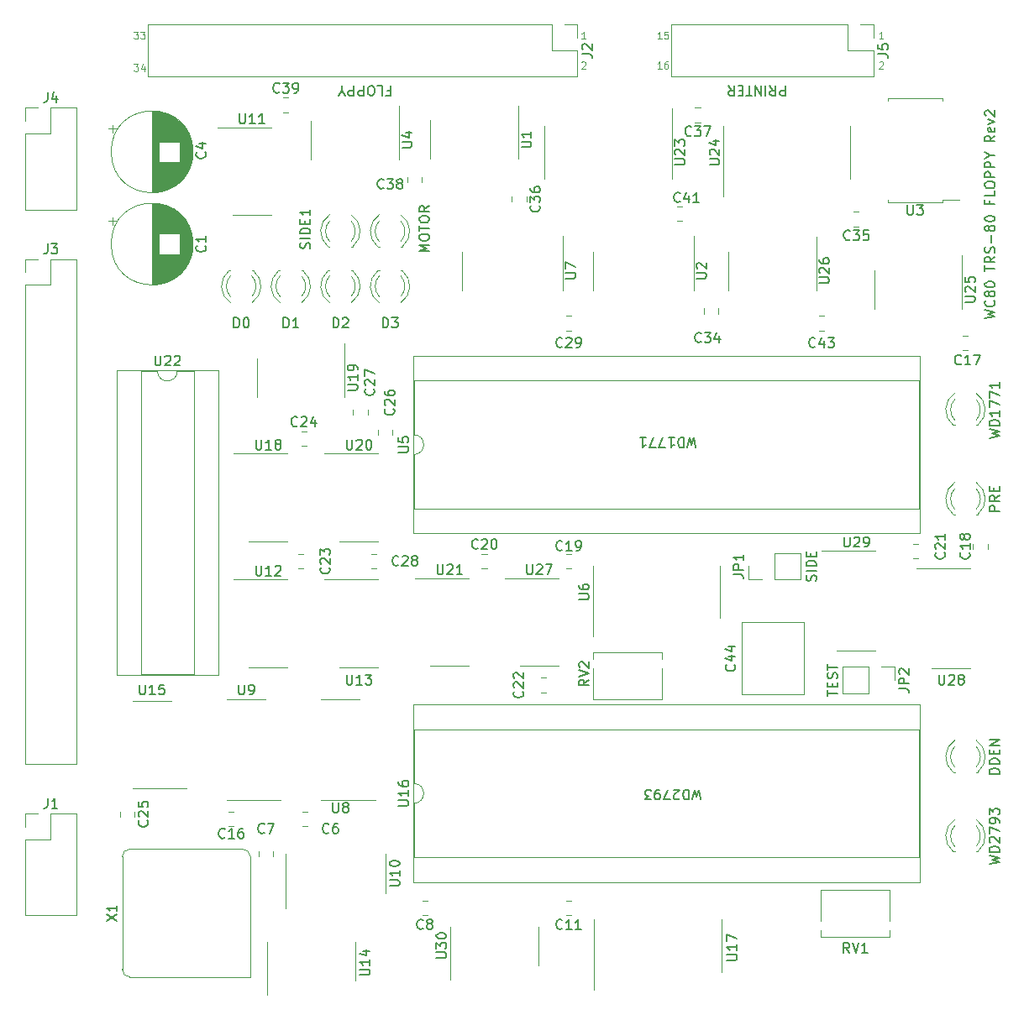
<source format=gbr>
%TF.GenerationSoftware,KiCad,Pcbnew,(5.1.9)-1*%
%TF.CreationDate,2021-11-05T22:54:20-04:00*%
%TF.ProjectId,main,6d61696e-2e6b-4696-9361-645f70636258,rev?*%
%TF.SameCoordinates,Original*%
%TF.FileFunction,Legend,Top*%
%TF.FilePolarity,Positive*%
%FSLAX46Y46*%
G04 Gerber Fmt 4.6, Leading zero omitted, Abs format (unit mm)*
G04 Created by KiCad (PCBNEW (5.1.9)-1) date 2021-11-05 22:54:20*
%MOMM*%
%LPD*%
G01*
G04 APERTURE LIST*
%ADD10C,0.100000*%
%ADD11C,0.200000*%
%ADD12C,0.120000*%
%ADD13C,0.150000*%
G04 APERTURE END LIST*
D10*
X32183333Y-24866666D02*
X32616666Y-24866666D01*
X32383333Y-25133333D01*
X32483333Y-25133333D01*
X32550000Y-25166666D01*
X32583333Y-25200000D01*
X32616666Y-25266666D01*
X32616666Y-25433333D01*
X32583333Y-25500000D01*
X32550000Y-25533333D01*
X32483333Y-25566666D01*
X32283333Y-25566666D01*
X32216666Y-25533333D01*
X32183333Y-25500000D01*
X33216666Y-25100000D02*
X33216666Y-25566666D01*
X33050000Y-24833333D02*
X32883333Y-25333333D01*
X33316666Y-25333333D01*
X32183333Y-21616666D02*
X32616666Y-21616666D01*
X32383333Y-21883333D01*
X32483333Y-21883333D01*
X32550000Y-21916666D01*
X32583333Y-21950000D01*
X32616666Y-22016666D01*
X32616666Y-22183333D01*
X32583333Y-22250000D01*
X32550000Y-22283333D01*
X32483333Y-22316666D01*
X32283333Y-22316666D01*
X32216666Y-22283333D01*
X32183333Y-22250000D01*
X32850000Y-21616666D02*
X33283333Y-21616666D01*
X33050000Y-21883333D01*
X33150000Y-21883333D01*
X33216666Y-21916666D01*
X33250000Y-21950000D01*
X33283333Y-22016666D01*
X33283333Y-22183333D01*
X33250000Y-22250000D01*
X33216666Y-22283333D01*
X33150000Y-22316666D01*
X32950000Y-22316666D01*
X32883333Y-22283333D01*
X32850000Y-22250000D01*
X107300000Y-24683333D02*
X107333333Y-24650000D01*
X107400000Y-24616666D01*
X107566666Y-24616666D01*
X107633333Y-24650000D01*
X107666666Y-24683333D01*
X107700000Y-24750000D01*
X107700000Y-24816666D01*
X107666666Y-24916666D01*
X107266666Y-25316666D01*
X107700000Y-25316666D01*
X107700000Y-22316666D02*
X107300000Y-22316666D01*
X107500000Y-22316666D02*
X107500000Y-21616666D01*
X107433333Y-21716666D01*
X107366666Y-21783333D01*
X107300000Y-21816666D01*
X85366666Y-22316666D02*
X84966666Y-22316666D01*
X85166666Y-22316666D02*
X85166666Y-21616666D01*
X85100000Y-21716666D01*
X85033333Y-21783333D01*
X84966666Y-21816666D01*
X86000000Y-21616666D02*
X85666666Y-21616666D01*
X85633333Y-21950000D01*
X85666666Y-21916666D01*
X85733333Y-21883333D01*
X85900000Y-21883333D01*
X85966666Y-21916666D01*
X86000000Y-21950000D01*
X86033333Y-22016666D01*
X86033333Y-22183333D01*
X86000000Y-22250000D01*
X85966666Y-22283333D01*
X85900000Y-22316666D01*
X85733333Y-22316666D01*
X85666666Y-22283333D01*
X85633333Y-22250000D01*
X85366666Y-25316666D02*
X84966666Y-25316666D01*
X85166666Y-25316666D02*
X85166666Y-24616666D01*
X85100000Y-24716666D01*
X85033333Y-24783333D01*
X84966666Y-24816666D01*
X85966666Y-24616666D02*
X85833333Y-24616666D01*
X85766666Y-24650000D01*
X85733333Y-24683333D01*
X85666666Y-24783333D01*
X85633333Y-24916666D01*
X85633333Y-25183333D01*
X85666666Y-25250000D01*
X85700000Y-25283333D01*
X85766666Y-25316666D01*
X85900000Y-25316666D01*
X85966666Y-25283333D01*
X86000000Y-25250000D01*
X86033333Y-25183333D01*
X86033333Y-25016666D01*
X86000000Y-24950000D01*
X85966666Y-24916666D01*
X85900000Y-24883333D01*
X85766666Y-24883333D01*
X85700000Y-24916666D01*
X85666666Y-24950000D01*
X85633333Y-25016666D01*
X77300000Y-24683333D02*
X77333333Y-24650000D01*
X77400000Y-24616666D01*
X77566666Y-24616666D01*
X77633333Y-24650000D01*
X77666666Y-24683333D01*
X77700000Y-24750000D01*
X77700000Y-24816666D01*
X77666666Y-24916666D01*
X77266666Y-25316666D01*
X77700000Y-25316666D01*
X77700000Y-22316666D02*
X77300000Y-22316666D01*
X77500000Y-22316666D02*
X77500000Y-21616666D01*
X77433333Y-21716666D01*
X77366666Y-21783333D01*
X77300000Y-21816666D01*
D11*
X89333333Y-99047619D02*
X89095238Y-98047619D01*
X88904761Y-98761904D01*
X88714285Y-98047619D01*
X88476190Y-99047619D01*
X88095238Y-98047619D02*
X88095238Y-99047619D01*
X87857142Y-99047619D01*
X87714285Y-99000000D01*
X87619047Y-98904761D01*
X87571428Y-98809523D01*
X87523809Y-98619047D01*
X87523809Y-98476190D01*
X87571428Y-98285714D01*
X87619047Y-98190476D01*
X87714285Y-98095238D01*
X87857142Y-98047619D01*
X88095238Y-98047619D01*
X87142857Y-98952380D02*
X87095238Y-99000000D01*
X87000000Y-99047619D01*
X86761904Y-99047619D01*
X86666666Y-99000000D01*
X86619047Y-98952380D01*
X86571428Y-98857142D01*
X86571428Y-98761904D01*
X86619047Y-98619047D01*
X87190476Y-98047619D01*
X86571428Y-98047619D01*
X86238095Y-99047619D02*
X85571428Y-99047619D01*
X86000000Y-98047619D01*
X85142857Y-98047619D02*
X84952380Y-98047619D01*
X84857142Y-98095238D01*
X84809523Y-98142857D01*
X84714285Y-98285714D01*
X84666666Y-98476190D01*
X84666666Y-98857142D01*
X84714285Y-98952380D01*
X84761904Y-99000000D01*
X84857142Y-99047619D01*
X85047619Y-99047619D01*
X85142857Y-99000000D01*
X85190476Y-98952380D01*
X85238095Y-98857142D01*
X85238095Y-98619047D01*
X85190476Y-98523809D01*
X85142857Y-98476190D01*
X85047619Y-98428571D01*
X84857142Y-98428571D01*
X84761904Y-98476190D01*
X84714285Y-98523809D01*
X84666666Y-98619047D01*
X84333333Y-99047619D02*
X83714285Y-99047619D01*
X84047619Y-98666666D01*
X83904761Y-98666666D01*
X83809523Y-98619047D01*
X83761904Y-98571428D01*
X83714285Y-98476190D01*
X83714285Y-98238095D01*
X83761904Y-98142857D01*
X83809523Y-98095238D01*
X83904761Y-98047619D01*
X84190476Y-98047619D01*
X84285714Y-98095238D01*
X84333333Y-98142857D01*
X88833333Y-63547619D02*
X88595238Y-62547619D01*
X88404761Y-63261904D01*
X88214285Y-62547619D01*
X87976190Y-63547619D01*
X87595238Y-62547619D02*
X87595238Y-63547619D01*
X87357142Y-63547619D01*
X87214285Y-63500000D01*
X87119047Y-63404761D01*
X87071428Y-63309523D01*
X87023809Y-63119047D01*
X87023809Y-62976190D01*
X87071428Y-62785714D01*
X87119047Y-62690476D01*
X87214285Y-62595238D01*
X87357142Y-62547619D01*
X87595238Y-62547619D01*
X86071428Y-62547619D02*
X86642857Y-62547619D01*
X86357142Y-62547619D02*
X86357142Y-63547619D01*
X86452380Y-63404761D01*
X86547619Y-63309523D01*
X86642857Y-63261904D01*
X85738095Y-63547619D02*
X85071428Y-63547619D01*
X85500000Y-62547619D01*
X84785714Y-63547619D02*
X84119047Y-63547619D01*
X84547619Y-62547619D01*
X83214285Y-62547619D02*
X83785714Y-62547619D01*
X83500000Y-62547619D02*
X83500000Y-63547619D01*
X83595238Y-63404761D01*
X83690476Y-63309523D01*
X83785714Y-63261904D01*
X97857142Y-27047619D02*
X97857142Y-28047619D01*
X97476190Y-28047619D01*
X97380952Y-28000000D01*
X97333333Y-27952380D01*
X97285714Y-27857142D01*
X97285714Y-27714285D01*
X97333333Y-27619047D01*
X97380952Y-27571428D01*
X97476190Y-27523809D01*
X97857142Y-27523809D01*
X96285714Y-27047619D02*
X96619047Y-27523809D01*
X96857142Y-27047619D02*
X96857142Y-28047619D01*
X96476190Y-28047619D01*
X96380952Y-28000000D01*
X96333333Y-27952380D01*
X96285714Y-27857142D01*
X96285714Y-27714285D01*
X96333333Y-27619047D01*
X96380952Y-27571428D01*
X96476190Y-27523809D01*
X96857142Y-27523809D01*
X95857142Y-27047619D02*
X95857142Y-28047619D01*
X95380952Y-27047619D02*
X95380952Y-28047619D01*
X94809523Y-27047619D01*
X94809523Y-28047619D01*
X94476190Y-28047619D02*
X93904761Y-28047619D01*
X94190476Y-27047619D02*
X94190476Y-28047619D01*
X93571428Y-27571428D02*
X93238095Y-27571428D01*
X93095238Y-27047619D02*
X93571428Y-27047619D01*
X93571428Y-28047619D01*
X93095238Y-28047619D01*
X92095238Y-27047619D02*
X92428571Y-27523809D01*
X92666666Y-27047619D02*
X92666666Y-28047619D01*
X92285714Y-28047619D01*
X92190476Y-28000000D01*
X92142857Y-27952380D01*
X92095238Y-27857142D01*
X92095238Y-27714285D01*
X92142857Y-27619047D01*
X92190476Y-27571428D01*
X92285714Y-27523809D01*
X92666666Y-27523809D01*
X57714285Y-27571428D02*
X58047619Y-27571428D01*
X58047619Y-27047619D02*
X58047619Y-28047619D01*
X57571428Y-28047619D01*
X56714285Y-27047619D02*
X57190476Y-27047619D01*
X57190476Y-28047619D01*
X56190476Y-28047619D02*
X56000000Y-28047619D01*
X55904761Y-28000000D01*
X55809523Y-27904761D01*
X55761904Y-27714285D01*
X55761904Y-27380952D01*
X55809523Y-27190476D01*
X55904761Y-27095238D01*
X56000000Y-27047619D01*
X56190476Y-27047619D01*
X56285714Y-27095238D01*
X56380952Y-27190476D01*
X56428571Y-27380952D01*
X56428571Y-27714285D01*
X56380952Y-27904761D01*
X56285714Y-28000000D01*
X56190476Y-28047619D01*
X55333333Y-27047619D02*
X55333333Y-28047619D01*
X54952380Y-28047619D01*
X54857142Y-28000000D01*
X54809523Y-27952380D01*
X54761904Y-27857142D01*
X54761904Y-27714285D01*
X54809523Y-27619047D01*
X54857142Y-27571428D01*
X54952380Y-27523809D01*
X55333333Y-27523809D01*
X54333333Y-27047619D02*
X54333333Y-28047619D01*
X53952380Y-28047619D01*
X53857142Y-28000000D01*
X53809523Y-27952380D01*
X53761904Y-27857142D01*
X53761904Y-27714285D01*
X53809523Y-27619047D01*
X53857142Y-27571428D01*
X53952380Y-27523809D01*
X54333333Y-27523809D01*
X53142857Y-27523809D02*
X53142857Y-27047619D01*
X53476190Y-28047619D02*
X53142857Y-27523809D01*
X52809523Y-28047619D01*
X117952380Y-50523809D02*
X118952380Y-50285714D01*
X118238095Y-50095238D01*
X118952380Y-49904761D01*
X117952380Y-49666666D01*
X118857142Y-48714285D02*
X118904761Y-48761904D01*
X118952380Y-48904761D01*
X118952380Y-49000000D01*
X118904761Y-49142857D01*
X118809523Y-49238095D01*
X118714285Y-49285714D01*
X118523809Y-49333333D01*
X118380952Y-49333333D01*
X118190476Y-49285714D01*
X118095238Y-49238095D01*
X118000000Y-49142857D01*
X117952380Y-49000000D01*
X117952380Y-48904761D01*
X118000000Y-48761904D01*
X118047619Y-48714285D01*
X118380952Y-48142857D02*
X118333333Y-48238095D01*
X118285714Y-48285714D01*
X118190476Y-48333333D01*
X118142857Y-48333333D01*
X118047619Y-48285714D01*
X118000000Y-48238095D01*
X117952380Y-48142857D01*
X117952380Y-47952380D01*
X118000000Y-47857142D01*
X118047619Y-47809523D01*
X118142857Y-47761904D01*
X118190476Y-47761904D01*
X118285714Y-47809523D01*
X118333333Y-47857142D01*
X118380952Y-47952380D01*
X118380952Y-48142857D01*
X118428571Y-48238095D01*
X118476190Y-48285714D01*
X118571428Y-48333333D01*
X118761904Y-48333333D01*
X118857142Y-48285714D01*
X118904761Y-48238095D01*
X118952380Y-48142857D01*
X118952380Y-47952380D01*
X118904761Y-47857142D01*
X118857142Y-47809523D01*
X118761904Y-47761904D01*
X118571428Y-47761904D01*
X118476190Y-47809523D01*
X118428571Y-47857142D01*
X118380952Y-47952380D01*
X117952380Y-47142857D02*
X117952380Y-47047619D01*
X118000000Y-46952380D01*
X118047619Y-46904761D01*
X118142857Y-46857142D01*
X118333333Y-46809523D01*
X118571428Y-46809523D01*
X118761904Y-46857142D01*
X118857142Y-46904761D01*
X118904761Y-46952380D01*
X118952380Y-47047619D01*
X118952380Y-47142857D01*
X118904761Y-47238095D01*
X118857142Y-47285714D01*
X118761904Y-47333333D01*
X118571428Y-47380952D01*
X118333333Y-47380952D01*
X118142857Y-47333333D01*
X118047619Y-47285714D01*
X118000000Y-47238095D01*
X117952380Y-47142857D01*
X117952380Y-45761904D02*
X117952380Y-45190476D01*
X118952380Y-45476190D02*
X117952380Y-45476190D01*
X118952380Y-44285714D02*
X118476190Y-44619047D01*
X118952380Y-44857142D02*
X117952380Y-44857142D01*
X117952380Y-44476190D01*
X118000000Y-44380952D01*
X118047619Y-44333333D01*
X118142857Y-44285714D01*
X118285714Y-44285714D01*
X118380952Y-44333333D01*
X118428571Y-44380952D01*
X118476190Y-44476190D01*
X118476190Y-44857142D01*
X118904761Y-43904761D02*
X118952380Y-43761904D01*
X118952380Y-43523809D01*
X118904761Y-43428571D01*
X118857142Y-43380952D01*
X118761904Y-43333333D01*
X118666666Y-43333333D01*
X118571428Y-43380952D01*
X118523809Y-43428571D01*
X118476190Y-43523809D01*
X118428571Y-43714285D01*
X118380952Y-43809523D01*
X118333333Y-43857142D01*
X118238095Y-43904761D01*
X118142857Y-43904761D01*
X118047619Y-43857142D01*
X118000000Y-43809523D01*
X117952380Y-43714285D01*
X117952380Y-43476190D01*
X118000000Y-43333333D01*
X118571428Y-42904761D02*
X118571428Y-42142857D01*
X118380952Y-41523809D02*
X118333333Y-41619047D01*
X118285714Y-41666666D01*
X118190476Y-41714285D01*
X118142857Y-41714285D01*
X118047619Y-41666666D01*
X118000000Y-41619047D01*
X117952380Y-41523809D01*
X117952380Y-41333333D01*
X118000000Y-41238095D01*
X118047619Y-41190476D01*
X118142857Y-41142857D01*
X118190476Y-41142857D01*
X118285714Y-41190476D01*
X118333333Y-41238095D01*
X118380952Y-41333333D01*
X118380952Y-41523809D01*
X118428571Y-41619047D01*
X118476190Y-41666666D01*
X118571428Y-41714285D01*
X118761904Y-41714285D01*
X118857142Y-41666666D01*
X118904761Y-41619047D01*
X118952380Y-41523809D01*
X118952380Y-41333333D01*
X118904761Y-41238095D01*
X118857142Y-41190476D01*
X118761904Y-41142857D01*
X118571428Y-41142857D01*
X118476190Y-41190476D01*
X118428571Y-41238095D01*
X118380952Y-41333333D01*
X117952380Y-40523809D02*
X117952380Y-40428571D01*
X118000000Y-40333333D01*
X118047619Y-40285714D01*
X118142857Y-40238095D01*
X118333333Y-40190476D01*
X118571428Y-40190476D01*
X118761904Y-40238095D01*
X118857142Y-40285714D01*
X118904761Y-40333333D01*
X118952380Y-40428571D01*
X118952380Y-40523809D01*
X118904761Y-40619047D01*
X118857142Y-40666666D01*
X118761904Y-40714285D01*
X118571428Y-40761904D01*
X118333333Y-40761904D01*
X118142857Y-40714285D01*
X118047619Y-40666666D01*
X118000000Y-40619047D01*
X117952380Y-40523809D01*
X118428571Y-38666666D02*
X118428571Y-39000000D01*
X118952380Y-39000000D02*
X117952380Y-39000000D01*
X117952380Y-38523809D01*
X118952380Y-37666666D02*
X118952380Y-38142857D01*
X117952380Y-38142857D01*
X117952380Y-37142857D02*
X117952380Y-36952380D01*
X118000000Y-36857142D01*
X118095238Y-36761904D01*
X118285714Y-36714285D01*
X118619047Y-36714285D01*
X118809523Y-36761904D01*
X118904761Y-36857142D01*
X118952380Y-36952380D01*
X118952380Y-37142857D01*
X118904761Y-37238095D01*
X118809523Y-37333333D01*
X118619047Y-37380952D01*
X118285714Y-37380952D01*
X118095238Y-37333333D01*
X118000000Y-37238095D01*
X117952380Y-37142857D01*
X118952380Y-36285714D02*
X117952380Y-36285714D01*
X117952380Y-35904761D01*
X118000000Y-35809523D01*
X118047619Y-35761904D01*
X118142857Y-35714285D01*
X118285714Y-35714285D01*
X118380952Y-35761904D01*
X118428571Y-35809523D01*
X118476190Y-35904761D01*
X118476190Y-36285714D01*
X118952380Y-35285714D02*
X117952380Y-35285714D01*
X117952380Y-34904761D01*
X118000000Y-34809523D01*
X118047619Y-34761904D01*
X118142857Y-34714285D01*
X118285714Y-34714285D01*
X118380952Y-34761904D01*
X118428571Y-34809523D01*
X118476190Y-34904761D01*
X118476190Y-35285714D01*
X118476190Y-34095238D02*
X118952380Y-34095238D01*
X117952380Y-34428571D02*
X118476190Y-34095238D01*
X117952380Y-33761904D01*
X118952380Y-32095238D02*
X118476190Y-32428571D01*
X118952380Y-32666666D02*
X117952380Y-32666666D01*
X117952380Y-32285714D01*
X118000000Y-32190476D01*
X118047619Y-32142857D01*
X118142857Y-32095238D01*
X118285714Y-32095238D01*
X118380952Y-32142857D01*
X118428571Y-32190476D01*
X118476190Y-32285714D01*
X118476190Y-32666666D01*
X118904761Y-31285714D02*
X118952380Y-31380952D01*
X118952380Y-31571428D01*
X118904761Y-31666666D01*
X118809523Y-31714285D01*
X118428571Y-31714285D01*
X118333333Y-31666666D01*
X118285714Y-31571428D01*
X118285714Y-31380952D01*
X118333333Y-31285714D01*
X118428571Y-31238095D01*
X118523809Y-31238095D01*
X118619047Y-31714285D01*
X118285714Y-30904761D02*
X118952380Y-30666666D01*
X118285714Y-30428571D01*
X118047619Y-30095238D02*
X118000000Y-30047619D01*
X117952380Y-29952380D01*
X117952380Y-29714285D01*
X118000000Y-29619047D01*
X118047619Y-29571428D01*
X118142857Y-29523809D01*
X118238095Y-29523809D01*
X118380952Y-29571428D01*
X118952380Y-30142857D01*
X118952380Y-29523809D01*
D12*
%TO.C,U11*%
X44069000Y-40122000D02*
X46019000Y-40122000D01*
X44069000Y-40122000D02*
X42119000Y-40122000D01*
X44069000Y-31252000D02*
X46019000Y-31252000D01*
X44069000Y-31252000D02*
X40619000Y-31252000D01*
%TO.C,U23*%
X73590000Y-33782000D02*
X73590000Y-36432000D01*
X73590000Y-33782000D02*
X73590000Y-31132000D01*
X86410000Y-33782000D02*
X86410000Y-36432000D01*
X86410000Y-33782000D02*
X86410000Y-29332000D01*
%TO.C,U3*%
X110914000Y-28352000D02*
X108154000Y-28352000D01*
X108154000Y-28352000D02*
X108154000Y-28557000D01*
X110914000Y-28352000D02*
X113674000Y-28352000D01*
X113674000Y-28352000D02*
X113674000Y-28557000D01*
X110914000Y-38772000D02*
X108154000Y-38772000D01*
X108154000Y-38772000D02*
X108154000Y-38567000D01*
X110914000Y-38772000D02*
X113674000Y-38772000D01*
X113674000Y-38772000D02*
X113674000Y-38567000D01*
X113674000Y-38567000D02*
X115364000Y-38567000D01*
%TO.C,C44*%
X93480000Y-81180000D02*
X99720000Y-81180000D01*
X93480000Y-88420000D02*
X99720000Y-88420000D01*
X99720000Y-88420000D02*
X99720000Y-81180000D01*
X93480000Y-88420000D02*
X93480000Y-81180000D01*
%TO.C,C43*%
X101238748Y-51735000D02*
X101761252Y-51735000D01*
X101238748Y-50265000D02*
X101761252Y-50265000D01*
%TO.C,C41*%
X86928648Y-40687400D02*
X87451152Y-40687400D01*
X86928648Y-39217400D02*
X87451152Y-39217400D01*
%TO.C,C39*%
X47238748Y-29735000D02*
X47761252Y-29735000D01*
X47238748Y-28265000D02*
X47761252Y-28265000D01*
%TO.C,C38*%
X59765000Y-36238748D02*
X59765000Y-36761252D01*
X61235000Y-36238748D02*
X61235000Y-36761252D01*
%TO.C,C37*%
X89261252Y-29265000D02*
X88738748Y-29265000D01*
X89261252Y-30735000D02*
X88738748Y-30735000D01*
%TO.C,C36*%
X70265000Y-38238748D02*
X70265000Y-38761252D01*
X71735000Y-38238748D02*
X71735000Y-38761252D01*
%TO.C,C35*%
X105261252Y-39765000D02*
X104738748Y-39765000D01*
X105261252Y-41235000D02*
X104738748Y-41235000D01*
%TO.C,C34*%
X91078400Y-50041152D02*
X91078400Y-49518648D01*
X89608400Y-50041152D02*
X89608400Y-49518648D01*
%TO.C,U30*%
X64065000Y-113792000D02*
X64065000Y-117242000D01*
X64065000Y-113792000D02*
X64065000Y-111842000D01*
X72935000Y-113792000D02*
X72935000Y-115742000D01*
X72935000Y-113792000D02*
X72935000Y-111842000D01*
%TO.C,U26*%
X100955000Y-45720000D02*
X100955000Y-42270000D01*
X100955000Y-45720000D02*
X100955000Y-47670000D01*
X92085000Y-45720000D02*
X92085000Y-43770000D01*
X92085000Y-45720000D02*
X92085000Y-47670000D01*
%TO.C,U25*%
X115663000Y-47608000D02*
X115663000Y-44158000D01*
X115663000Y-47608000D02*
X115663000Y-49558000D01*
X106793000Y-47608000D02*
X106793000Y-45658000D01*
X106793000Y-47608000D02*
X106793000Y-49558000D01*
%TO.C,U20*%
X54864000Y-64145000D02*
X51414000Y-64145000D01*
X54864000Y-64145000D02*
X56814000Y-64145000D01*
X54864000Y-73015000D02*
X52914000Y-73015000D01*
X54864000Y-73015000D02*
X56814000Y-73015000D01*
%TO.C,U19*%
X53435000Y-56500000D02*
X53435000Y-53050000D01*
X53435000Y-56500000D02*
X53435000Y-58450000D01*
X44565000Y-56500000D02*
X44565000Y-54550000D01*
X44565000Y-56500000D02*
X44565000Y-58450000D01*
%TO.C,U18*%
X45720000Y-64145000D02*
X42270000Y-64145000D01*
X45720000Y-64145000D02*
X47670000Y-64145000D01*
X45720000Y-73015000D02*
X43770000Y-73015000D01*
X45720000Y-73015000D02*
X47670000Y-73015000D01*
%TO.C,U13*%
X54864000Y-76845000D02*
X51414000Y-76845000D01*
X54864000Y-76845000D02*
X56814000Y-76845000D01*
X54864000Y-85715000D02*
X52914000Y-85715000D01*
X54864000Y-85715000D02*
X56814000Y-85715000D01*
%TO.C,U12*%
X45720000Y-76845000D02*
X42270000Y-76845000D01*
X45720000Y-76845000D02*
X47670000Y-76845000D01*
X45720000Y-85715000D02*
X43770000Y-85715000D01*
X45720000Y-85715000D02*
X47670000Y-85715000D01*
%TO.C,D11*%
X54080000Y-43290000D02*
X54236000Y-43290000D01*
X51764000Y-43290000D02*
X51920000Y-43290000D01*
X54079837Y-40688870D02*
G75*
G02*
X54080000Y-42770961I-1079837J-1041130D01*
G01*
X51920163Y-40688870D02*
G75*
G03*
X51920000Y-42770961I1079837J-1041130D01*
G01*
X54078608Y-40057665D02*
G75*
G02*
X54235516Y-43290000I-1078608J-1672335D01*
G01*
X51921392Y-40057665D02*
G75*
G03*
X51764484Y-43290000I1078608J-1672335D01*
G01*
%TO.C,D10*%
X59080000Y-43290000D02*
X59236000Y-43290000D01*
X56764000Y-43290000D02*
X56920000Y-43290000D01*
X59079837Y-40688870D02*
G75*
G02*
X59080000Y-42770961I-1079837J-1041130D01*
G01*
X56920163Y-40688870D02*
G75*
G03*
X56920000Y-42770961I1079837J-1041130D01*
G01*
X59078608Y-40057665D02*
G75*
G02*
X59235516Y-43290000I-1078608J-1672335D01*
G01*
X56921392Y-40057665D02*
G75*
G03*
X56764484Y-43290000I1078608J-1672335D01*
G01*
%TO.C,D9*%
X56920000Y-45710000D02*
X56764000Y-45710000D01*
X59236000Y-45710000D02*
X59080000Y-45710000D01*
X56920163Y-48311130D02*
G75*
G02*
X56920000Y-46229039I1079837J1041130D01*
G01*
X59079837Y-48311130D02*
G75*
G03*
X59080000Y-46229039I-1079837J1041130D01*
G01*
X56921392Y-48942335D02*
G75*
G02*
X56764484Y-45710000I1078608J1672335D01*
G01*
X59078608Y-48942335D02*
G75*
G03*
X59235516Y-45710000I-1078608J1672335D01*
G01*
%TO.C,D8*%
X51920000Y-45710000D02*
X51764000Y-45710000D01*
X54236000Y-45710000D02*
X54080000Y-45710000D01*
X51920163Y-48311130D02*
G75*
G02*
X51920000Y-46229039I1079837J1041130D01*
G01*
X54079837Y-48311130D02*
G75*
G03*
X54080000Y-46229039I-1079837J1041130D01*
G01*
X51921392Y-48942335D02*
G75*
G02*
X51764484Y-45710000I1078608J1672335D01*
G01*
X54078608Y-48942335D02*
G75*
G03*
X54235516Y-45710000I-1078608J1672335D01*
G01*
%TO.C,D7*%
X46920000Y-45710000D02*
X46764000Y-45710000D01*
X49236000Y-45710000D02*
X49080000Y-45710000D01*
X46920163Y-48311130D02*
G75*
G02*
X46920000Y-46229039I1079837J1041130D01*
G01*
X49079837Y-48311130D02*
G75*
G03*
X49080000Y-46229039I-1079837J1041130D01*
G01*
X46921392Y-48942335D02*
G75*
G02*
X46764484Y-45710000I1078608J1672335D01*
G01*
X49078608Y-48942335D02*
G75*
G03*
X49235516Y-45710000I-1078608J1672335D01*
G01*
%TO.C,D6*%
X41920000Y-45710000D02*
X41764000Y-45710000D01*
X44236000Y-45710000D02*
X44080000Y-45710000D01*
X41920163Y-48311130D02*
G75*
G02*
X41920000Y-46229039I1079837J1041130D01*
G01*
X44079837Y-48311130D02*
G75*
G03*
X44080000Y-46229039I-1079837J1041130D01*
G01*
X41921392Y-48942335D02*
G75*
G02*
X41764484Y-45710000I1078608J1672335D01*
G01*
X44078608Y-48942335D02*
G75*
G03*
X44235516Y-45710000I-1078608J1672335D01*
G01*
%TO.C,D5*%
X117080000Y-70290000D02*
X117236000Y-70290000D01*
X114764000Y-70290000D02*
X114920000Y-70290000D01*
X117079837Y-67688870D02*
G75*
G02*
X117080000Y-69770961I-1079837J-1041130D01*
G01*
X114920163Y-67688870D02*
G75*
G03*
X114920000Y-69770961I1079837J-1041130D01*
G01*
X117078608Y-67057665D02*
G75*
G02*
X117235516Y-70290000I-1078608J-1672335D01*
G01*
X114921392Y-67057665D02*
G75*
G03*
X114764484Y-70290000I1078608J-1672335D01*
G01*
%TO.C,D4*%
X117080000Y-96290000D02*
X117236000Y-96290000D01*
X114764000Y-96290000D02*
X114920000Y-96290000D01*
X117079837Y-93688870D02*
G75*
G02*
X117080000Y-95770961I-1079837J-1041130D01*
G01*
X114920163Y-93688870D02*
G75*
G03*
X114920000Y-95770961I1079837J-1041130D01*
G01*
X117078608Y-93057665D02*
G75*
G02*
X117235516Y-96290000I-1078608J-1672335D01*
G01*
X114921392Y-93057665D02*
G75*
G03*
X114764484Y-96290000I1078608J-1672335D01*
G01*
%TO.C,D3*%
X117080000Y-61290000D02*
X117236000Y-61290000D01*
X114764000Y-61290000D02*
X114920000Y-61290000D01*
X117079837Y-58688870D02*
G75*
G02*
X117080000Y-60770961I-1079837J-1041130D01*
G01*
X114920163Y-58688870D02*
G75*
G03*
X114920000Y-60770961I1079837J-1041130D01*
G01*
X117078608Y-58057665D02*
G75*
G02*
X117235516Y-61290000I-1078608J-1672335D01*
G01*
X114921392Y-58057665D02*
G75*
G03*
X114764484Y-61290000I1078608J-1672335D01*
G01*
%TO.C,D2*%
X117080000Y-104290000D02*
X117236000Y-104290000D01*
X114764000Y-104290000D02*
X114920000Y-104290000D01*
X117079837Y-101688870D02*
G75*
G02*
X117080000Y-103770961I-1079837J-1041130D01*
G01*
X114920163Y-101688870D02*
G75*
G03*
X114920000Y-103770961I1079837J-1041130D01*
G01*
X117078608Y-101057665D02*
G75*
G02*
X117235516Y-104290000I-1078608J-1672335D01*
G01*
X114921392Y-101057665D02*
G75*
G03*
X114764484Y-104290000I1078608J-1672335D01*
G01*
%TO.C,C29*%
X75738748Y-51735000D02*
X76261252Y-51735000D01*
X75738748Y-50265000D02*
X76261252Y-50265000D01*
%TO.C,C28*%
X56649252Y-74265000D02*
X56126748Y-74265000D01*
X56649252Y-75735000D02*
X56126748Y-75735000D01*
%TO.C,C27*%
X54265000Y-59738748D02*
X54265000Y-60261252D01*
X55735000Y-59738748D02*
X55735000Y-60261252D01*
%TO.C,C26*%
X58235000Y-62261252D02*
X58235000Y-61738748D01*
X56765000Y-62261252D02*
X56765000Y-61738748D01*
%TO.C,C25*%
X30765000Y-100238748D02*
X30765000Y-100761252D01*
X32235000Y-100238748D02*
X32235000Y-100761252D01*
%TO.C,C24*%
X49046548Y-63394200D02*
X49569052Y-63394200D01*
X49046548Y-61924200D02*
X49569052Y-61924200D01*
%TO.C,C23*%
X49261252Y-74265000D02*
X48738748Y-74265000D01*
X49261252Y-75735000D02*
X48738748Y-75735000D01*
%TO.C,C22*%
X73761252Y-86765000D02*
X73238748Y-86765000D01*
X73761252Y-88235000D02*
X73238748Y-88235000D01*
%TO.C,C21*%
X110738748Y-74735000D02*
X111261252Y-74735000D01*
X110738748Y-73265000D02*
X111261252Y-73265000D01*
%TO.C,C20*%
X67238748Y-75735000D02*
X67761252Y-75735000D01*
X67238748Y-74265000D02*
X67761252Y-74265000D01*
%TO.C,C19*%
X76261252Y-74265000D02*
X75738748Y-74265000D01*
X76261252Y-75735000D02*
X75738748Y-75735000D01*
%TO.C,C18*%
X118235000Y-73761252D02*
X118235000Y-73238748D01*
X116765000Y-73761252D02*
X116765000Y-73238748D01*
%TO.C,C17*%
X115738748Y-53735000D02*
X116261252Y-53735000D01*
X115738748Y-52265000D02*
X116261252Y-52265000D01*
%TO.C,C16*%
X41738748Y-101735000D02*
X42261252Y-101735000D01*
X41738748Y-100265000D02*
X42261252Y-100265000D01*
%TO.C,U29*%
X105000000Y-73940000D02*
X101500000Y-73940000D01*
X105000000Y-73940000D02*
X106950000Y-73940000D01*
X105000000Y-84060000D02*
X103050000Y-84060000D01*
X105000000Y-84060000D02*
X106950000Y-84060000D01*
%TO.C,U28*%
X114564000Y-75712000D02*
X111064000Y-75712000D01*
X114564000Y-75712000D02*
X116514000Y-75712000D01*
X114564000Y-85832000D02*
X112614000Y-85832000D01*
X114564000Y-85832000D02*
X116514000Y-85832000D01*
%TO.C,U27*%
X73025000Y-76718000D02*
X69575000Y-76718000D01*
X73025000Y-76718000D02*
X74975000Y-76718000D01*
X73025000Y-85588000D02*
X71075000Y-85588000D01*
X73025000Y-85588000D02*
X74975000Y-85588000D01*
%TO.C,U1*%
X62065000Y-32500000D02*
X62065000Y-34450000D01*
X62065000Y-32500000D02*
X62065000Y-30550000D01*
X70935000Y-32500000D02*
X70935000Y-34450000D01*
X70935000Y-32500000D02*
X70935000Y-29050000D01*
%TO.C,U21*%
X64008000Y-85588000D02*
X65958000Y-85588000D01*
X64008000Y-85588000D02*
X62058000Y-85588000D01*
X64008000Y-76718000D02*
X65958000Y-76718000D01*
X64008000Y-76718000D02*
X60558000Y-76718000D01*
%TO.C,RV2*%
X78440000Y-84204000D02*
X85390000Y-84204000D01*
X78440000Y-88944000D02*
X85390000Y-88944000D01*
X78440000Y-84204000D02*
X78440000Y-84849000D01*
X78440000Y-85839000D02*
X78440000Y-88944000D01*
X85390000Y-84204000D02*
X85390000Y-84849000D01*
X85390000Y-85839000D02*
X85390000Y-88944000D01*
%TO.C,RV1*%
X108377000Y-112900000D02*
X101427000Y-112900000D01*
X108377000Y-108160000D02*
X101427000Y-108160000D01*
X108377000Y-112900000D02*
X108377000Y-112255000D01*
X108377000Y-111265000D02*
X108377000Y-108160000D01*
X101427000Y-112900000D02*
X101427000Y-112255000D01*
X101427000Y-111265000D02*
X101427000Y-108160000D01*
%TO.C,JP2*%
X103630000Y-85670000D02*
X103630000Y-88330000D01*
X106230000Y-85670000D02*
X103630000Y-85670000D01*
X106230000Y-88330000D02*
X103630000Y-88330000D01*
X106230000Y-85670000D02*
X106230000Y-88330000D01*
X107500000Y-85670000D02*
X108830000Y-85670000D01*
X108830000Y-85670000D02*
X108830000Y-87000000D01*
%TO.C,X1*%
X31765000Y-116940000D02*
X43915000Y-116940000D01*
X31015000Y-104790000D02*
X31015000Y-116190000D01*
X43165000Y-104040000D02*
X31765000Y-104040000D01*
X43915000Y-116940000D02*
X43915000Y-104790000D01*
X31015000Y-116190000D02*
G75*
G03*
X31765000Y-116940000I750000J0D01*
G01*
X31765000Y-104040000D02*
G75*
G03*
X31015000Y-104790000I0J-750000D01*
G01*
X43915000Y-104790000D02*
G75*
G03*
X43165000Y-104040000I-750000J0D01*
G01*
%TO.C,U15*%
X34000000Y-89065000D02*
X32050000Y-89065000D01*
X34000000Y-89065000D02*
X35950000Y-89065000D01*
X34000000Y-97935000D02*
X32050000Y-97935000D01*
X34000000Y-97935000D02*
X37450000Y-97935000D01*
%TO.C,U9*%
X43500000Y-88940000D02*
X41550000Y-88940000D01*
X43500000Y-88940000D02*
X45450000Y-88940000D01*
X43500000Y-99060000D02*
X41550000Y-99060000D01*
X43500000Y-99060000D02*
X47000000Y-99060000D01*
%TO.C,U8*%
X53000000Y-88940000D02*
X51050000Y-88940000D01*
X53000000Y-88940000D02*
X54950000Y-88940000D01*
X53000000Y-99060000D02*
X51050000Y-99060000D01*
X53000000Y-99060000D02*
X56500000Y-99060000D01*
%TO.C,U14*%
X54473000Y-115316000D02*
X54473000Y-113366000D01*
X54473000Y-115316000D02*
X54473000Y-117266000D01*
X45603000Y-115316000D02*
X45603000Y-113366000D01*
X45603000Y-115316000D02*
X45603000Y-118766000D01*
%TO.C,U10*%
X57560000Y-106500000D02*
X57560000Y-104550000D01*
X57560000Y-106500000D02*
X57560000Y-108450000D01*
X47440000Y-106500000D02*
X47440000Y-104550000D01*
X47440000Y-106500000D02*
X47440000Y-110000000D01*
%TO.C,U24*%
X104410000Y-33782000D02*
X104410000Y-31132000D01*
X104410000Y-33782000D02*
X104410000Y-36432000D01*
X91590000Y-33782000D02*
X91590000Y-31132000D01*
X91590000Y-33782000D02*
X91590000Y-38232000D01*
%TO.C,U6*%
X91246000Y-78105000D02*
X91246000Y-75455000D01*
X91246000Y-78105000D02*
X91246000Y-80755000D01*
X78426000Y-78105000D02*
X78426000Y-75455000D01*
X78426000Y-78105000D02*
X78426000Y-82555000D01*
%TO.C,U17*%
X91410000Y-113792000D02*
X91410000Y-111142000D01*
X91410000Y-113792000D02*
X91410000Y-116442000D01*
X78590000Y-113792000D02*
X78590000Y-111142000D01*
X78590000Y-113792000D02*
X78590000Y-118242000D01*
%TO.C,U2*%
X78466000Y-45720000D02*
X78466000Y-47670000D01*
X78466000Y-45720000D02*
X78466000Y-43770000D01*
X88586000Y-45720000D02*
X88586000Y-47670000D01*
X88586000Y-45720000D02*
X88586000Y-42220000D01*
%TO.C,U7*%
X65298000Y-45720000D02*
X65298000Y-47670000D01*
X65298000Y-45720000D02*
X65298000Y-43770000D01*
X75418000Y-45720000D02*
X75418000Y-47670000D01*
X75418000Y-45720000D02*
X75418000Y-42220000D01*
%TO.C,U4*%
X50048000Y-32512000D02*
X50048000Y-34462000D01*
X50048000Y-32512000D02*
X50048000Y-30562000D01*
X58918000Y-32512000D02*
X58918000Y-34462000D01*
X58918000Y-32512000D02*
X58918000Y-29062000D01*
%TO.C,JP1*%
X99370000Y-76830000D02*
X99370000Y-74170000D01*
X96770000Y-76830000D02*
X99370000Y-76830000D01*
X96770000Y-74170000D02*
X99370000Y-74170000D01*
X96770000Y-76830000D02*
X96770000Y-74170000D01*
X95500000Y-76830000D02*
X94170000Y-76830000D01*
X94170000Y-76830000D02*
X94170000Y-75500000D01*
%TO.C,U22*%
X34560000Y-55820000D02*
X32910000Y-55820000D01*
X32910000Y-55820000D02*
X32910000Y-86420000D01*
X32910000Y-86420000D02*
X38210000Y-86420000D01*
X38210000Y-86420000D02*
X38210000Y-55820000D01*
X38210000Y-55820000D02*
X36560000Y-55820000D01*
X30420000Y-55760000D02*
X30420000Y-86480000D01*
X30420000Y-86480000D02*
X40700000Y-86480000D01*
X40700000Y-86480000D02*
X40700000Y-55760000D01*
X40700000Y-55760000D02*
X30420000Y-55760000D01*
X36560000Y-55820000D02*
G75*
G02*
X34560000Y-55820000I-1000000J0D01*
G01*
%TO.C,U16*%
X60392000Y-99425000D02*
X60392000Y-104885000D01*
X60392000Y-104885000D02*
X111312000Y-104885000D01*
X111312000Y-104885000D02*
X111312000Y-91965000D01*
X111312000Y-91965000D02*
X60392000Y-91965000D01*
X60392000Y-91965000D02*
X60392000Y-97425000D01*
X60332000Y-107375000D02*
X111372000Y-107375000D01*
X111372000Y-107375000D02*
X111372000Y-89475000D01*
X111372000Y-89475000D02*
X60332000Y-89475000D01*
X60332000Y-89475000D02*
X60332000Y-107375000D01*
X60392000Y-97425000D02*
G75*
G02*
X60392000Y-99425000I0J-1000000D01*
G01*
%TO.C,U5*%
X60392000Y-64246000D02*
X60392000Y-69706000D01*
X60392000Y-69706000D02*
X111312000Y-69706000D01*
X111312000Y-69706000D02*
X111312000Y-56786000D01*
X111312000Y-56786000D02*
X60392000Y-56786000D01*
X60392000Y-56786000D02*
X60392000Y-62246000D01*
X60332000Y-72196000D02*
X111372000Y-72196000D01*
X111372000Y-72196000D02*
X111372000Y-54296000D01*
X111372000Y-54296000D02*
X60332000Y-54296000D01*
X60332000Y-54296000D02*
X60332000Y-72196000D01*
X60392000Y-62246000D02*
G75*
G02*
X60392000Y-64246000I0J-1000000D01*
G01*
%TO.C,C1*%
X30010302Y-40300000D02*
X30010302Y-41100000D01*
X29610302Y-40700000D02*
X30410302Y-40700000D01*
X38101000Y-42482000D02*
X38101000Y-43548000D01*
X38061000Y-42247000D02*
X38061000Y-43783000D01*
X38021000Y-42067000D02*
X38021000Y-43963000D01*
X37981000Y-41917000D02*
X37981000Y-44113000D01*
X37941000Y-41786000D02*
X37941000Y-44244000D01*
X37901000Y-41669000D02*
X37901000Y-44361000D01*
X37861000Y-41562000D02*
X37861000Y-44468000D01*
X37821000Y-41463000D02*
X37821000Y-44567000D01*
X37781000Y-41370000D02*
X37781000Y-44660000D01*
X37741000Y-41284000D02*
X37741000Y-44746000D01*
X37701000Y-41202000D02*
X37701000Y-44828000D01*
X37661000Y-41125000D02*
X37661000Y-44905000D01*
X37621000Y-41051000D02*
X37621000Y-44979000D01*
X37581000Y-40981000D02*
X37581000Y-45049000D01*
X37541000Y-40913000D02*
X37541000Y-45117000D01*
X37501000Y-40849000D02*
X37501000Y-45181000D01*
X37461000Y-40787000D02*
X37461000Y-45243000D01*
X37421000Y-40728000D02*
X37421000Y-45302000D01*
X37381000Y-40670000D02*
X37381000Y-45360000D01*
X37341000Y-40615000D02*
X37341000Y-45415000D01*
X37301000Y-40561000D02*
X37301000Y-45469000D01*
X37261000Y-40510000D02*
X37261000Y-45520000D01*
X37221000Y-40459000D02*
X37221000Y-45571000D01*
X37181000Y-40411000D02*
X37181000Y-45619000D01*
X37141000Y-40364000D02*
X37141000Y-45666000D01*
X37101000Y-40318000D02*
X37101000Y-45712000D01*
X37061000Y-40274000D02*
X37061000Y-45756000D01*
X37021000Y-40231000D02*
X37021000Y-45799000D01*
X36981000Y-40189000D02*
X36981000Y-45841000D01*
X36941000Y-40148000D02*
X36941000Y-45882000D01*
X36901000Y-40108000D02*
X36901000Y-45922000D01*
X36861000Y-40070000D02*
X36861000Y-45960000D01*
X36821000Y-40032000D02*
X36821000Y-45998000D01*
X36781000Y-44055000D02*
X36781000Y-46034000D01*
X36781000Y-39996000D02*
X36781000Y-41975000D01*
X36741000Y-44055000D02*
X36741000Y-46070000D01*
X36741000Y-39960000D02*
X36741000Y-41975000D01*
X36701000Y-44055000D02*
X36701000Y-46105000D01*
X36701000Y-39925000D02*
X36701000Y-41975000D01*
X36661000Y-44055000D02*
X36661000Y-46139000D01*
X36661000Y-39891000D02*
X36661000Y-41975000D01*
X36621000Y-44055000D02*
X36621000Y-46171000D01*
X36621000Y-39859000D02*
X36621000Y-41975000D01*
X36581000Y-44055000D02*
X36581000Y-46204000D01*
X36581000Y-39826000D02*
X36581000Y-41975000D01*
X36541000Y-44055000D02*
X36541000Y-46235000D01*
X36541000Y-39795000D02*
X36541000Y-41975000D01*
X36501000Y-44055000D02*
X36501000Y-46265000D01*
X36501000Y-39765000D02*
X36501000Y-41975000D01*
X36461000Y-44055000D02*
X36461000Y-46295000D01*
X36461000Y-39735000D02*
X36461000Y-41975000D01*
X36421000Y-44055000D02*
X36421000Y-46324000D01*
X36421000Y-39706000D02*
X36421000Y-41975000D01*
X36381000Y-44055000D02*
X36381000Y-46353000D01*
X36381000Y-39677000D02*
X36381000Y-41975000D01*
X36341000Y-44055000D02*
X36341000Y-46380000D01*
X36341000Y-39650000D02*
X36341000Y-41975000D01*
X36301000Y-44055000D02*
X36301000Y-46407000D01*
X36301000Y-39623000D02*
X36301000Y-41975000D01*
X36261000Y-44055000D02*
X36261000Y-46433000D01*
X36261000Y-39597000D02*
X36261000Y-41975000D01*
X36221000Y-44055000D02*
X36221000Y-46459000D01*
X36221000Y-39571000D02*
X36221000Y-41975000D01*
X36181000Y-44055000D02*
X36181000Y-46484000D01*
X36181000Y-39546000D02*
X36181000Y-41975000D01*
X36141000Y-44055000D02*
X36141000Y-46508000D01*
X36141000Y-39522000D02*
X36141000Y-41975000D01*
X36101000Y-44055000D02*
X36101000Y-46532000D01*
X36101000Y-39498000D02*
X36101000Y-41975000D01*
X36061000Y-44055000D02*
X36061000Y-46555000D01*
X36061000Y-39475000D02*
X36061000Y-41975000D01*
X36021000Y-44055000D02*
X36021000Y-46577000D01*
X36021000Y-39453000D02*
X36021000Y-41975000D01*
X35981000Y-44055000D02*
X35981000Y-46599000D01*
X35981000Y-39431000D02*
X35981000Y-41975000D01*
X35941000Y-44055000D02*
X35941000Y-46621000D01*
X35941000Y-39409000D02*
X35941000Y-41975000D01*
X35901000Y-44055000D02*
X35901000Y-46642000D01*
X35901000Y-39388000D02*
X35901000Y-41975000D01*
X35861000Y-44055000D02*
X35861000Y-46662000D01*
X35861000Y-39368000D02*
X35861000Y-41975000D01*
X35821000Y-44055000D02*
X35821000Y-46681000D01*
X35821000Y-39349000D02*
X35821000Y-41975000D01*
X35781000Y-44055000D02*
X35781000Y-46701000D01*
X35781000Y-39329000D02*
X35781000Y-41975000D01*
X35741000Y-44055000D02*
X35741000Y-46719000D01*
X35741000Y-39311000D02*
X35741000Y-41975000D01*
X35701000Y-44055000D02*
X35701000Y-46737000D01*
X35701000Y-39293000D02*
X35701000Y-41975000D01*
X35661000Y-44055000D02*
X35661000Y-46755000D01*
X35661000Y-39275000D02*
X35661000Y-41975000D01*
X35621000Y-44055000D02*
X35621000Y-46772000D01*
X35621000Y-39258000D02*
X35621000Y-41975000D01*
X35581000Y-44055000D02*
X35581000Y-46789000D01*
X35581000Y-39241000D02*
X35581000Y-41975000D01*
X35541000Y-44055000D02*
X35541000Y-46805000D01*
X35541000Y-39225000D02*
X35541000Y-41975000D01*
X35501000Y-44055000D02*
X35501000Y-46820000D01*
X35501000Y-39210000D02*
X35501000Y-41975000D01*
X35461000Y-44055000D02*
X35461000Y-46836000D01*
X35461000Y-39194000D02*
X35461000Y-41975000D01*
X35421000Y-44055000D02*
X35421000Y-46850000D01*
X35421000Y-39180000D02*
X35421000Y-41975000D01*
X35381000Y-44055000D02*
X35381000Y-46865000D01*
X35381000Y-39165000D02*
X35381000Y-41975000D01*
X35341000Y-44055000D02*
X35341000Y-46878000D01*
X35341000Y-39152000D02*
X35341000Y-41975000D01*
X35301000Y-44055000D02*
X35301000Y-46892000D01*
X35301000Y-39138000D02*
X35301000Y-41975000D01*
X35261000Y-44055000D02*
X35261000Y-46904000D01*
X35261000Y-39126000D02*
X35261000Y-41975000D01*
X35221000Y-44055000D02*
X35221000Y-46917000D01*
X35221000Y-39113000D02*
X35221000Y-41975000D01*
X35181000Y-44055000D02*
X35181000Y-46929000D01*
X35181000Y-39101000D02*
X35181000Y-41975000D01*
X35141000Y-44055000D02*
X35141000Y-46940000D01*
X35141000Y-39090000D02*
X35141000Y-41975000D01*
X35101000Y-44055000D02*
X35101000Y-46951000D01*
X35101000Y-39079000D02*
X35101000Y-41975000D01*
X35061000Y-44055000D02*
X35061000Y-46962000D01*
X35061000Y-39068000D02*
X35061000Y-41975000D01*
X35021000Y-44055000D02*
X35021000Y-46972000D01*
X35021000Y-39058000D02*
X35021000Y-41975000D01*
X34981000Y-44055000D02*
X34981000Y-46982000D01*
X34981000Y-39048000D02*
X34981000Y-41975000D01*
X34941000Y-44055000D02*
X34941000Y-46991000D01*
X34941000Y-39039000D02*
X34941000Y-41975000D01*
X34901000Y-44055000D02*
X34901000Y-47000000D01*
X34901000Y-39030000D02*
X34901000Y-41975000D01*
X34861000Y-44055000D02*
X34861000Y-47009000D01*
X34861000Y-39021000D02*
X34861000Y-41975000D01*
X34821000Y-44055000D02*
X34821000Y-47017000D01*
X34821000Y-39013000D02*
X34821000Y-41975000D01*
X34781000Y-44055000D02*
X34781000Y-47025000D01*
X34781000Y-39005000D02*
X34781000Y-41975000D01*
X34741000Y-44055000D02*
X34741000Y-47032000D01*
X34741000Y-38998000D02*
X34741000Y-41975000D01*
X34700000Y-38991000D02*
X34700000Y-47039000D01*
X34660000Y-38985000D02*
X34660000Y-47045000D01*
X34620000Y-38978000D02*
X34620000Y-47052000D01*
X34580000Y-38973000D02*
X34580000Y-47057000D01*
X34540000Y-38967000D02*
X34540000Y-47063000D01*
X34500000Y-38963000D02*
X34500000Y-47067000D01*
X34460000Y-38958000D02*
X34460000Y-47072000D01*
X34420000Y-38954000D02*
X34420000Y-47076000D01*
X34380000Y-38950000D02*
X34380000Y-47080000D01*
X34340000Y-38947000D02*
X34340000Y-47083000D01*
X34300000Y-38944000D02*
X34300000Y-47086000D01*
X34260000Y-38941000D02*
X34260000Y-47089000D01*
X34220000Y-38939000D02*
X34220000Y-47091000D01*
X34180000Y-38938000D02*
X34180000Y-47092000D01*
X34140000Y-38936000D02*
X34140000Y-47094000D01*
X34100000Y-38935000D02*
X34100000Y-47095000D01*
X34060000Y-38935000D02*
X34060000Y-47095000D01*
X34020000Y-38935000D02*
X34020000Y-47095000D01*
X38140000Y-43015000D02*
G75*
G03*
X38140000Y-43015000I-4120000J0D01*
G01*
%TO.C,C6*%
X49711252Y-100265000D02*
X49188748Y-100265000D01*
X49711252Y-101735000D02*
X49188748Y-101735000D01*
%TO.C,C7*%
X44765000Y-104238748D02*
X44765000Y-104761252D01*
X46235000Y-104238748D02*
X46235000Y-104761252D01*
%TO.C,C8*%
X61761252Y-109265000D02*
X61238748Y-109265000D01*
X61761252Y-110735000D02*
X61238748Y-110735000D01*
%TO.C,C11*%
X76261252Y-109265000D02*
X75738748Y-109265000D01*
X76261252Y-110735000D02*
X75738748Y-110735000D01*
%TO.C,C4*%
X30010302Y-31000000D02*
X30010302Y-31800000D01*
X29610302Y-31400000D02*
X30410302Y-31400000D01*
X38101000Y-33182000D02*
X38101000Y-34248000D01*
X38061000Y-32947000D02*
X38061000Y-34483000D01*
X38021000Y-32767000D02*
X38021000Y-34663000D01*
X37981000Y-32617000D02*
X37981000Y-34813000D01*
X37941000Y-32486000D02*
X37941000Y-34944000D01*
X37901000Y-32369000D02*
X37901000Y-35061000D01*
X37861000Y-32262000D02*
X37861000Y-35168000D01*
X37821000Y-32163000D02*
X37821000Y-35267000D01*
X37781000Y-32070000D02*
X37781000Y-35360000D01*
X37741000Y-31984000D02*
X37741000Y-35446000D01*
X37701000Y-31902000D02*
X37701000Y-35528000D01*
X37661000Y-31825000D02*
X37661000Y-35605000D01*
X37621000Y-31751000D02*
X37621000Y-35679000D01*
X37581000Y-31681000D02*
X37581000Y-35749000D01*
X37541000Y-31613000D02*
X37541000Y-35817000D01*
X37501000Y-31549000D02*
X37501000Y-35881000D01*
X37461000Y-31487000D02*
X37461000Y-35943000D01*
X37421000Y-31428000D02*
X37421000Y-36002000D01*
X37381000Y-31370000D02*
X37381000Y-36060000D01*
X37341000Y-31315000D02*
X37341000Y-36115000D01*
X37301000Y-31261000D02*
X37301000Y-36169000D01*
X37261000Y-31210000D02*
X37261000Y-36220000D01*
X37221000Y-31159000D02*
X37221000Y-36271000D01*
X37181000Y-31111000D02*
X37181000Y-36319000D01*
X37141000Y-31064000D02*
X37141000Y-36366000D01*
X37101000Y-31018000D02*
X37101000Y-36412000D01*
X37061000Y-30974000D02*
X37061000Y-36456000D01*
X37021000Y-30931000D02*
X37021000Y-36499000D01*
X36981000Y-30889000D02*
X36981000Y-36541000D01*
X36941000Y-30848000D02*
X36941000Y-36582000D01*
X36901000Y-30808000D02*
X36901000Y-36622000D01*
X36861000Y-30770000D02*
X36861000Y-36660000D01*
X36821000Y-30732000D02*
X36821000Y-36698000D01*
X36781000Y-34755000D02*
X36781000Y-36734000D01*
X36781000Y-30696000D02*
X36781000Y-32675000D01*
X36741000Y-34755000D02*
X36741000Y-36770000D01*
X36741000Y-30660000D02*
X36741000Y-32675000D01*
X36701000Y-34755000D02*
X36701000Y-36805000D01*
X36701000Y-30625000D02*
X36701000Y-32675000D01*
X36661000Y-34755000D02*
X36661000Y-36839000D01*
X36661000Y-30591000D02*
X36661000Y-32675000D01*
X36621000Y-34755000D02*
X36621000Y-36871000D01*
X36621000Y-30559000D02*
X36621000Y-32675000D01*
X36581000Y-34755000D02*
X36581000Y-36904000D01*
X36581000Y-30526000D02*
X36581000Y-32675000D01*
X36541000Y-34755000D02*
X36541000Y-36935000D01*
X36541000Y-30495000D02*
X36541000Y-32675000D01*
X36501000Y-34755000D02*
X36501000Y-36965000D01*
X36501000Y-30465000D02*
X36501000Y-32675000D01*
X36461000Y-34755000D02*
X36461000Y-36995000D01*
X36461000Y-30435000D02*
X36461000Y-32675000D01*
X36421000Y-34755000D02*
X36421000Y-37024000D01*
X36421000Y-30406000D02*
X36421000Y-32675000D01*
X36381000Y-34755000D02*
X36381000Y-37053000D01*
X36381000Y-30377000D02*
X36381000Y-32675000D01*
X36341000Y-34755000D02*
X36341000Y-37080000D01*
X36341000Y-30350000D02*
X36341000Y-32675000D01*
X36301000Y-34755000D02*
X36301000Y-37107000D01*
X36301000Y-30323000D02*
X36301000Y-32675000D01*
X36261000Y-34755000D02*
X36261000Y-37133000D01*
X36261000Y-30297000D02*
X36261000Y-32675000D01*
X36221000Y-34755000D02*
X36221000Y-37159000D01*
X36221000Y-30271000D02*
X36221000Y-32675000D01*
X36181000Y-34755000D02*
X36181000Y-37184000D01*
X36181000Y-30246000D02*
X36181000Y-32675000D01*
X36141000Y-34755000D02*
X36141000Y-37208000D01*
X36141000Y-30222000D02*
X36141000Y-32675000D01*
X36101000Y-34755000D02*
X36101000Y-37232000D01*
X36101000Y-30198000D02*
X36101000Y-32675000D01*
X36061000Y-34755000D02*
X36061000Y-37255000D01*
X36061000Y-30175000D02*
X36061000Y-32675000D01*
X36021000Y-34755000D02*
X36021000Y-37277000D01*
X36021000Y-30153000D02*
X36021000Y-32675000D01*
X35981000Y-34755000D02*
X35981000Y-37299000D01*
X35981000Y-30131000D02*
X35981000Y-32675000D01*
X35941000Y-34755000D02*
X35941000Y-37321000D01*
X35941000Y-30109000D02*
X35941000Y-32675000D01*
X35901000Y-34755000D02*
X35901000Y-37342000D01*
X35901000Y-30088000D02*
X35901000Y-32675000D01*
X35861000Y-34755000D02*
X35861000Y-37362000D01*
X35861000Y-30068000D02*
X35861000Y-32675000D01*
X35821000Y-34755000D02*
X35821000Y-37381000D01*
X35821000Y-30049000D02*
X35821000Y-32675000D01*
X35781000Y-34755000D02*
X35781000Y-37401000D01*
X35781000Y-30029000D02*
X35781000Y-32675000D01*
X35741000Y-34755000D02*
X35741000Y-37419000D01*
X35741000Y-30011000D02*
X35741000Y-32675000D01*
X35701000Y-34755000D02*
X35701000Y-37437000D01*
X35701000Y-29993000D02*
X35701000Y-32675000D01*
X35661000Y-34755000D02*
X35661000Y-37455000D01*
X35661000Y-29975000D02*
X35661000Y-32675000D01*
X35621000Y-34755000D02*
X35621000Y-37472000D01*
X35621000Y-29958000D02*
X35621000Y-32675000D01*
X35581000Y-34755000D02*
X35581000Y-37489000D01*
X35581000Y-29941000D02*
X35581000Y-32675000D01*
X35541000Y-34755000D02*
X35541000Y-37505000D01*
X35541000Y-29925000D02*
X35541000Y-32675000D01*
X35501000Y-34755000D02*
X35501000Y-37520000D01*
X35501000Y-29910000D02*
X35501000Y-32675000D01*
X35461000Y-34755000D02*
X35461000Y-37536000D01*
X35461000Y-29894000D02*
X35461000Y-32675000D01*
X35421000Y-34755000D02*
X35421000Y-37550000D01*
X35421000Y-29880000D02*
X35421000Y-32675000D01*
X35381000Y-34755000D02*
X35381000Y-37565000D01*
X35381000Y-29865000D02*
X35381000Y-32675000D01*
X35341000Y-34755000D02*
X35341000Y-37578000D01*
X35341000Y-29852000D02*
X35341000Y-32675000D01*
X35301000Y-34755000D02*
X35301000Y-37592000D01*
X35301000Y-29838000D02*
X35301000Y-32675000D01*
X35261000Y-34755000D02*
X35261000Y-37604000D01*
X35261000Y-29826000D02*
X35261000Y-32675000D01*
X35221000Y-34755000D02*
X35221000Y-37617000D01*
X35221000Y-29813000D02*
X35221000Y-32675000D01*
X35181000Y-34755000D02*
X35181000Y-37629000D01*
X35181000Y-29801000D02*
X35181000Y-32675000D01*
X35141000Y-34755000D02*
X35141000Y-37640000D01*
X35141000Y-29790000D02*
X35141000Y-32675000D01*
X35101000Y-34755000D02*
X35101000Y-37651000D01*
X35101000Y-29779000D02*
X35101000Y-32675000D01*
X35061000Y-34755000D02*
X35061000Y-37662000D01*
X35061000Y-29768000D02*
X35061000Y-32675000D01*
X35021000Y-34755000D02*
X35021000Y-37672000D01*
X35021000Y-29758000D02*
X35021000Y-32675000D01*
X34981000Y-34755000D02*
X34981000Y-37682000D01*
X34981000Y-29748000D02*
X34981000Y-32675000D01*
X34941000Y-34755000D02*
X34941000Y-37691000D01*
X34941000Y-29739000D02*
X34941000Y-32675000D01*
X34901000Y-34755000D02*
X34901000Y-37700000D01*
X34901000Y-29730000D02*
X34901000Y-32675000D01*
X34861000Y-34755000D02*
X34861000Y-37709000D01*
X34861000Y-29721000D02*
X34861000Y-32675000D01*
X34821000Y-34755000D02*
X34821000Y-37717000D01*
X34821000Y-29713000D02*
X34821000Y-32675000D01*
X34781000Y-34755000D02*
X34781000Y-37725000D01*
X34781000Y-29705000D02*
X34781000Y-32675000D01*
X34741000Y-34755000D02*
X34741000Y-37732000D01*
X34741000Y-29698000D02*
X34741000Y-32675000D01*
X34700000Y-29691000D02*
X34700000Y-37739000D01*
X34660000Y-29685000D02*
X34660000Y-37745000D01*
X34620000Y-29678000D02*
X34620000Y-37752000D01*
X34580000Y-29673000D02*
X34580000Y-37757000D01*
X34540000Y-29667000D02*
X34540000Y-37763000D01*
X34500000Y-29663000D02*
X34500000Y-37767000D01*
X34460000Y-29658000D02*
X34460000Y-37772000D01*
X34420000Y-29654000D02*
X34420000Y-37776000D01*
X34380000Y-29650000D02*
X34380000Y-37780000D01*
X34340000Y-29647000D02*
X34340000Y-37783000D01*
X34300000Y-29644000D02*
X34300000Y-37786000D01*
X34260000Y-29641000D02*
X34260000Y-37789000D01*
X34220000Y-29639000D02*
X34220000Y-37791000D01*
X34180000Y-29638000D02*
X34180000Y-37792000D01*
X34140000Y-29636000D02*
X34140000Y-37794000D01*
X34100000Y-29635000D02*
X34100000Y-37795000D01*
X34060000Y-29635000D02*
X34060000Y-37795000D01*
X34020000Y-29635000D02*
X34020000Y-37795000D01*
X38140000Y-33715000D02*
G75*
G03*
X38140000Y-33715000I-4120000J0D01*
G01*
%TO.C,J4*%
X21210000Y-39550000D02*
X26410000Y-39550000D01*
X21210000Y-31870000D02*
X21210000Y-39550000D01*
X26410000Y-29270000D02*
X26410000Y-39550000D01*
X21210000Y-31870000D02*
X23810000Y-31870000D01*
X23810000Y-31870000D02*
X23810000Y-29270000D01*
X23810000Y-29270000D02*
X26410000Y-29270000D01*
X21210000Y-30600000D02*
X21210000Y-29270000D01*
X21210000Y-29270000D02*
X22540000Y-29270000D01*
%TO.C,J1*%
X21210000Y-100450000D02*
X22540000Y-100450000D01*
X21210000Y-101780000D02*
X21210000Y-100450000D01*
X23810000Y-100450000D02*
X26410000Y-100450000D01*
X23810000Y-103050000D02*
X23810000Y-100450000D01*
X21210000Y-103050000D02*
X23810000Y-103050000D01*
X26410000Y-100450000D02*
X26410000Y-110730000D01*
X21210000Y-103050000D02*
X21210000Y-110730000D01*
X21210000Y-110730000D02*
X26410000Y-110730000D01*
%TO.C,J3*%
X21210000Y-95460000D02*
X26410000Y-95460000D01*
X21210000Y-47140000D02*
X21210000Y-95460000D01*
X26410000Y-44540000D02*
X26410000Y-95460000D01*
X21210000Y-47140000D02*
X23810000Y-47140000D01*
X23810000Y-47140000D02*
X23810000Y-44540000D01*
X23810000Y-44540000D02*
X26410000Y-44540000D01*
X21210000Y-45870000D02*
X21210000Y-44540000D01*
X21210000Y-44540000D02*
X22540000Y-44540000D01*
%TO.C,J5*%
X86300000Y-20895000D02*
X86300000Y-26095000D01*
X104140000Y-20895000D02*
X86300000Y-20895000D01*
X106740000Y-26095000D02*
X86300000Y-26095000D01*
X104140000Y-20895000D02*
X104140000Y-23495000D01*
X104140000Y-23495000D02*
X106740000Y-23495000D01*
X106740000Y-23495000D02*
X106740000Y-26095000D01*
X105410000Y-20895000D02*
X106740000Y-20895000D01*
X106740000Y-20895000D02*
X106740000Y-22225000D01*
%TO.C,J2*%
X33595000Y-20895000D02*
X33595000Y-26095000D01*
X74295000Y-20895000D02*
X33595000Y-20895000D01*
X76895000Y-26095000D02*
X33595000Y-26095000D01*
X74295000Y-20895000D02*
X74295000Y-23495000D01*
X74295000Y-23495000D02*
X76895000Y-23495000D01*
X76895000Y-23495000D02*
X76895000Y-26095000D01*
X75565000Y-20895000D02*
X76895000Y-20895000D01*
X76895000Y-20895000D02*
X76895000Y-22225000D01*
%TO.C,U11*%
D13*
X42830904Y-29859380D02*
X42830904Y-30668904D01*
X42878523Y-30764142D01*
X42926142Y-30811761D01*
X43021380Y-30859380D01*
X43211857Y-30859380D01*
X43307095Y-30811761D01*
X43354714Y-30764142D01*
X43402333Y-30668904D01*
X43402333Y-29859380D01*
X44402333Y-30859380D02*
X43830904Y-30859380D01*
X44116619Y-30859380D02*
X44116619Y-29859380D01*
X44021380Y-30002238D01*
X43926142Y-30097476D01*
X43830904Y-30145095D01*
X45354714Y-30859380D02*
X44783285Y-30859380D01*
X45069000Y-30859380D02*
X45069000Y-29859380D01*
X44973761Y-30002238D01*
X44878523Y-30097476D01*
X44783285Y-30145095D01*
%TO.C,U23*%
X86702380Y-35020095D02*
X87511904Y-35020095D01*
X87607142Y-34972476D01*
X87654761Y-34924857D01*
X87702380Y-34829619D01*
X87702380Y-34639142D01*
X87654761Y-34543904D01*
X87607142Y-34496285D01*
X87511904Y-34448666D01*
X86702380Y-34448666D01*
X86797619Y-34020095D02*
X86750000Y-33972476D01*
X86702380Y-33877238D01*
X86702380Y-33639142D01*
X86750000Y-33543904D01*
X86797619Y-33496285D01*
X86892857Y-33448666D01*
X86988095Y-33448666D01*
X87130952Y-33496285D01*
X87702380Y-34067714D01*
X87702380Y-33448666D01*
X86702380Y-33115333D02*
X86702380Y-32496285D01*
X87083333Y-32829619D01*
X87083333Y-32686761D01*
X87130952Y-32591523D01*
X87178571Y-32543904D01*
X87273809Y-32496285D01*
X87511904Y-32496285D01*
X87607142Y-32543904D01*
X87654761Y-32591523D01*
X87702380Y-32686761D01*
X87702380Y-32972476D01*
X87654761Y-33067714D01*
X87607142Y-33115333D01*
%TO.C,U3*%
X110152095Y-39064380D02*
X110152095Y-39873904D01*
X110199714Y-39969142D01*
X110247333Y-40016761D01*
X110342571Y-40064380D01*
X110533047Y-40064380D01*
X110628285Y-40016761D01*
X110675904Y-39969142D01*
X110723523Y-39873904D01*
X110723523Y-39064380D01*
X111104476Y-39064380D02*
X111723523Y-39064380D01*
X111390190Y-39445333D01*
X111533047Y-39445333D01*
X111628285Y-39492952D01*
X111675904Y-39540571D01*
X111723523Y-39635809D01*
X111723523Y-39873904D01*
X111675904Y-39969142D01*
X111628285Y-40016761D01*
X111533047Y-40064380D01*
X111247333Y-40064380D01*
X111152095Y-40016761D01*
X111104476Y-39969142D01*
%TO.C,C44*%
X92707142Y-85442857D02*
X92754761Y-85490476D01*
X92802380Y-85633333D01*
X92802380Y-85728571D01*
X92754761Y-85871428D01*
X92659523Y-85966666D01*
X92564285Y-86014285D01*
X92373809Y-86061904D01*
X92230952Y-86061904D01*
X92040476Y-86014285D01*
X91945238Y-85966666D01*
X91850000Y-85871428D01*
X91802380Y-85728571D01*
X91802380Y-85633333D01*
X91850000Y-85490476D01*
X91897619Y-85442857D01*
X92135714Y-84585714D02*
X92802380Y-84585714D01*
X91754761Y-84823809D02*
X92469047Y-85061904D01*
X92469047Y-84442857D01*
X92135714Y-83633333D02*
X92802380Y-83633333D01*
X91754761Y-83871428D02*
X92469047Y-84109523D01*
X92469047Y-83490476D01*
%TO.C,C43*%
X100857142Y-53357142D02*
X100809523Y-53404761D01*
X100666666Y-53452380D01*
X100571428Y-53452380D01*
X100428571Y-53404761D01*
X100333333Y-53309523D01*
X100285714Y-53214285D01*
X100238095Y-53023809D01*
X100238095Y-52880952D01*
X100285714Y-52690476D01*
X100333333Y-52595238D01*
X100428571Y-52500000D01*
X100571428Y-52452380D01*
X100666666Y-52452380D01*
X100809523Y-52500000D01*
X100857142Y-52547619D01*
X101714285Y-52785714D02*
X101714285Y-53452380D01*
X101476190Y-52404761D02*
X101238095Y-53119047D01*
X101857142Y-53119047D01*
X102142857Y-52452380D02*
X102761904Y-52452380D01*
X102428571Y-52833333D01*
X102571428Y-52833333D01*
X102666666Y-52880952D01*
X102714285Y-52928571D01*
X102761904Y-53023809D01*
X102761904Y-53261904D01*
X102714285Y-53357142D01*
X102666666Y-53404761D01*
X102571428Y-53452380D01*
X102285714Y-53452380D01*
X102190476Y-53404761D01*
X102142857Y-53357142D01*
%TO.C,C41*%
X87241142Y-38711142D02*
X87193523Y-38758761D01*
X87050666Y-38806380D01*
X86955428Y-38806380D01*
X86812571Y-38758761D01*
X86717333Y-38663523D01*
X86669714Y-38568285D01*
X86622095Y-38377809D01*
X86622095Y-38234952D01*
X86669714Y-38044476D01*
X86717333Y-37949238D01*
X86812571Y-37854000D01*
X86955428Y-37806380D01*
X87050666Y-37806380D01*
X87193523Y-37854000D01*
X87241142Y-37901619D01*
X88098285Y-38139714D02*
X88098285Y-38806380D01*
X87860190Y-37758761D02*
X87622095Y-38473047D01*
X88241142Y-38473047D01*
X89145904Y-38806380D02*
X88574476Y-38806380D01*
X88860190Y-38806380D02*
X88860190Y-37806380D01*
X88764952Y-37949238D01*
X88669714Y-38044476D01*
X88574476Y-38092095D01*
%TO.C,C39*%
X46857142Y-27677142D02*
X46809523Y-27724761D01*
X46666666Y-27772380D01*
X46571428Y-27772380D01*
X46428571Y-27724761D01*
X46333333Y-27629523D01*
X46285714Y-27534285D01*
X46238095Y-27343809D01*
X46238095Y-27200952D01*
X46285714Y-27010476D01*
X46333333Y-26915238D01*
X46428571Y-26820000D01*
X46571428Y-26772380D01*
X46666666Y-26772380D01*
X46809523Y-26820000D01*
X46857142Y-26867619D01*
X47190476Y-26772380D02*
X47809523Y-26772380D01*
X47476190Y-27153333D01*
X47619047Y-27153333D01*
X47714285Y-27200952D01*
X47761904Y-27248571D01*
X47809523Y-27343809D01*
X47809523Y-27581904D01*
X47761904Y-27677142D01*
X47714285Y-27724761D01*
X47619047Y-27772380D01*
X47333333Y-27772380D01*
X47238095Y-27724761D01*
X47190476Y-27677142D01*
X48285714Y-27772380D02*
X48476190Y-27772380D01*
X48571428Y-27724761D01*
X48619047Y-27677142D01*
X48714285Y-27534285D01*
X48761904Y-27343809D01*
X48761904Y-26962857D01*
X48714285Y-26867619D01*
X48666666Y-26820000D01*
X48571428Y-26772380D01*
X48380952Y-26772380D01*
X48285714Y-26820000D01*
X48238095Y-26867619D01*
X48190476Y-26962857D01*
X48190476Y-27200952D01*
X48238095Y-27296190D01*
X48285714Y-27343809D01*
X48380952Y-27391428D01*
X48571428Y-27391428D01*
X48666666Y-27343809D01*
X48714285Y-27296190D01*
X48761904Y-27200952D01*
%TO.C,C38*%
X57357142Y-37357142D02*
X57309523Y-37404761D01*
X57166666Y-37452380D01*
X57071428Y-37452380D01*
X56928571Y-37404761D01*
X56833333Y-37309523D01*
X56785714Y-37214285D01*
X56738095Y-37023809D01*
X56738095Y-36880952D01*
X56785714Y-36690476D01*
X56833333Y-36595238D01*
X56928571Y-36500000D01*
X57071428Y-36452380D01*
X57166666Y-36452380D01*
X57309523Y-36500000D01*
X57357142Y-36547619D01*
X57690476Y-36452380D02*
X58309523Y-36452380D01*
X57976190Y-36833333D01*
X58119047Y-36833333D01*
X58214285Y-36880952D01*
X58261904Y-36928571D01*
X58309523Y-37023809D01*
X58309523Y-37261904D01*
X58261904Y-37357142D01*
X58214285Y-37404761D01*
X58119047Y-37452380D01*
X57833333Y-37452380D01*
X57738095Y-37404761D01*
X57690476Y-37357142D01*
X58880952Y-36880952D02*
X58785714Y-36833333D01*
X58738095Y-36785714D01*
X58690476Y-36690476D01*
X58690476Y-36642857D01*
X58738095Y-36547619D01*
X58785714Y-36500000D01*
X58880952Y-36452380D01*
X59071428Y-36452380D01*
X59166666Y-36500000D01*
X59214285Y-36547619D01*
X59261904Y-36642857D01*
X59261904Y-36690476D01*
X59214285Y-36785714D01*
X59166666Y-36833333D01*
X59071428Y-36880952D01*
X58880952Y-36880952D01*
X58785714Y-36928571D01*
X58738095Y-36976190D01*
X58690476Y-37071428D01*
X58690476Y-37261904D01*
X58738095Y-37357142D01*
X58785714Y-37404761D01*
X58880952Y-37452380D01*
X59071428Y-37452380D01*
X59166666Y-37404761D01*
X59214285Y-37357142D01*
X59261904Y-37261904D01*
X59261904Y-37071428D01*
X59214285Y-36976190D01*
X59166666Y-36928571D01*
X59071428Y-36880952D01*
%TO.C,C37*%
X88357142Y-32037142D02*
X88309523Y-32084761D01*
X88166666Y-32132380D01*
X88071428Y-32132380D01*
X87928571Y-32084761D01*
X87833333Y-31989523D01*
X87785714Y-31894285D01*
X87738095Y-31703809D01*
X87738095Y-31560952D01*
X87785714Y-31370476D01*
X87833333Y-31275238D01*
X87928571Y-31180000D01*
X88071428Y-31132380D01*
X88166666Y-31132380D01*
X88309523Y-31180000D01*
X88357142Y-31227619D01*
X88690476Y-31132380D02*
X89309523Y-31132380D01*
X88976190Y-31513333D01*
X89119047Y-31513333D01*
X89214285Y-31560952D01*
X89261904Y-31608571D01*
X89309523Y-31703809D01*
X89309523Y-31941904D01*
X89261904Y-32037142D01*
X89214285Y-32084761D01*
X89119047Y-32132380D01*
X88833333Y-32132380D01*
X88738095Y-32084761D01*
X88690476Y-32037142D01*
X89642857Y-31132380D02*
X90309523Y-31132380D01*
X89880952Y-32132380D01*
%TO.C,C36*%
X73037142Y-39142857D02*
X73084761Y-39190476D01*
X73132380Y-39333333D01*
X73132380Y-39428571D01*
X73084761Y-39571428D01*
X72989523Y-39666666D01*
X72894285Y-39714285D01*
X72703809Y-39761904D01*
X72560952Y-39761904D01*
X72370476Y-39714285D01*
X72275238Y-39666666D01*
X72180000Y-39571428D01*
X72132380Y-39428571D01*
X72132380Y-39333333D01*
X72180000Y-39190476D01*
X72227619Y-39142857D01*
X72132380Y-38809523D02*
X72132380Y-38190476D01*
X72513333Y-38523809D01*
X72513333Y-38380952D01*
X72560952Y-38285714D01*
X72608571Y-38238095D01*
X72703809Y-38190476D01*
X72941904Y-38190476D01*
X73037142Y-38238095D01*
X73084761Y-38285714D01*
X73132380Y-38380952D01*
X73132380Y-38666666D01*
X73084761Y-38761904D01*
X73037142Y-38809523D01*
X72132380Y-37333333D02*
X72132380Y-37523809D01*
X72180000Y-37619047D01*
X72227619Y-37666666D01*
X72370476Y-37761904D01*
X72560952Y-37809523D01*
X72941904Y-37809523D01*
X73037142Y-37761904D01*
X73084761Y-37714285D01*
X73132380Y-37619047D01*
X73132380Y-37428571D01*
X73084761Y-37333333D01*
X73037142Y-37285714D01*
X72941904Y-37238095D01*
X72703809Y-37238095D01*
X72608571Y-37285714D01*
X72560952Y-37333333D01*
X72513333Y-37428571D01*
X72513333Y-37619047D01*
X72560952Y-37714285D01*
X72608571Y-37761904D01*
X72703809Y-37809523D01*
%TO.C,C35*%
X104357142Y-42537142D02*
X104309523Y-42584761D01*
X104166666Y-42632380D01*
X104071428Y-42632380D01*
X103928571Y-42584761D01*
X103833333Y-42489523D01*
X103785714Y-42394285D01*
X103738095Y-42203809D01*
X103738095Y-42060952D01*
X103785714Y-41870476D01*
X103833333Y-41775238D01*
X103928571Y-41680000D01*
X104071428Y-41632380D01*
X104166666Y-41632380D01*
X104309523Y-41680000D01*
X104357142Y-41727619D01*
X104690476Y-41632380D02*
X105309523Y-41632380D01*
X104976190Y-42013333D01*
X105119047Y-42013333D01*
X105214285Y-42060952D01*
X105261904Y-42108571D01*
X105309523Y-42203809D01*
X105309523Y-42441904D01*
X105261904Y-42537142D01*
X105214285Y-42584761D01*
X105119047Y-42632380D01*
X104833333Y-42632380D01*
X104738095Y-42584761D01*
X104690476Y-42537142D01*
X106214285Y-41632380D02*
X105738095Y-41632380D01*
X105690476Y-42108571D01*
X105738095Y-42060952D01*
X105833333Y-42013333D01*
X106071428Y-42013333D01*
X106166666Y-42060952D01*
X106214285Y-42108571D01*
X106261904Y-42203809D01*
X106261904Y-42441904D01*
X106214285Y-42537142D01*
X106166666Y-42584761D01*
X106071428Y-42632380D01*
X105833333Y-42632380D01*
X105738095Y-42584761D01*
X105690476Y-42537142D01*
%TO.C,C34*%
X89357142Y-52857142D02*
X89309523Y-52904761D01*
X89166666Y-52952380D01*
X89071428Y-52952380D01*
X88928571Y-52904761D01*
X88833333Y-52809523D01*
X88785714Y-52714285D01*
X88738095Y-52523809D01*
X88738095Y-52380952D01*
X88785714Y-52190476D01*
X88833333Y-52095238D01*
X88928571Y-52000000D01*
X89071428Y-51952380D01*
X89166666Y-51952380D01*
X89309523Y-52000000D01*
X89357142Y-52047619D01*
X89690476Y-51952380D02*
X90309523Y-51952380D01*
X89976190Y-52333333D01*
X90119047Y-52333333D01*
X90214285Y-52380952D01*
X90261904Y-52428571D01*
X90309523Y-52523809D01*
X90309523Y-52761904D01*
X90261904Y-52857142D01*
X90214285Y-52904761D01*
X90119047Y-52952380D01*
X89833333Y-52952380D01*
X89738095Y-52904761D01*
X89690476Y-52857142D01*
X91166666Y-52285714D02*
X91166666Y-52952380D01*
X90928571Y-51904761D02*
X90690476Y-52619047D01*
X91309523Y-52619047D01*
%TO.C,U30*%
X62672380Y-115030095D02*
X63481904Y-115030095D01*
X63577142Y-114982476D01*
X63624761Y-114934857D01*
X63672380Y-114839619D01*
X63672380Y-114649142D01*
X63624761Y-114553904D01*
X63577142Y-114506285D01*
X63481904Y-114458666D01*
X62672380Y-114458666D01*
X62672380Y-114077714D02*
X62672380Y-113458666D01*
X63053333Y-113792000D01*
X63053333Y-113649142D01*
X63100952Y-113553904D01*
X63148571Y-113506285D01*
X63243809Y-113458666D01*
X63481904Y-113458666D01*
X63577142Y-113506285D01*
X63624761Y-113553904D01*
X63672380Y-113649142D01*
X63672380Y-113934857D01*
X63624761Y-114030095D01*
X63577142Y-114077714D01*
X62672380Y-112839619D02*
X62672380Y-112744380D01*
X62720000Y-112649142D01*
X62767619Y-112601523D01*
X62862857Y-112553904D01*
X63053333Y-112506285D01*
X63291428Y-112506285D01*
X63481904Y-112553904D01*
X63577142Y-112601523D01*
X63624761Y-112649142D01*
X63672380Y-112744380D01*
X63672380Y-112839619D01*
X63624761Y-112934857D01*
X63577142Y-112982476D01*
X63481904Y-113030095D01*
X63291428Y-113077714D01*
X63053333Y-113077714D01*
X62862857Y-113030095D01*
X62767619Y-112982476D01*
X62720000Y-112934857D01*
X62672380Y-112839619D01*
%TO.C,U26*%
X101252380Y-46958095D02*
X102061904Y-46958095D01*
X102157142Y-46910476D01*
X102204761Y-46862857D01*
X102252380Y-46767619D01*
X102252380Y-46577142D01*
X102204761Y-46481904D01*
X102157142Y-46434285D01*
X102061904Y-46386666D01*
X101252380Y-46386666D01*
X101347619Y-45958095D02*
X101300000Y-45910476D01*
X101252380Y-45815238D01*
X101252380Y-45577142D01*
X101300000Y-45481904D01*
X101347619Y-45434285D01*
X101442857Y-45386666D01*
X101538095Y-45386666D01*
X101680952Y-45434285D01*
X102252380Y-46005714D01*
X102252380Y-45386666D01*
X101252380Y-44529523D02*
X101252380Y-44720000D01*
X101300000Y-44815238D01*
X101347619Y-44862857D01*
X101490476Y-44958095D01*
X101680952Y-45005714D01*
X102061904Y-45005714D01*
X102157142Y-44958095D01*
X102204761Y-44910476D01*
X102252380Y-44815238D01*
X102252380Y-44624761D01*
X102204761Y-44529523D01*
X102157142Y-44481904D01*
X102061904Y-44434285D01*
X101823809Y-44434285D01*
X101728571Y-44481904D01*
X101680952Y-44529523D01*
X101633333Y-44624761D01*
X101633333Y-44815238D01*
X101680952Y-44910476D01*
X101728571Y-44958095D01*
X101823809Y-45005714D01*
%TO.C,U25*%
X115960380Y-48846095D02*
X116769904Y-48846095D01*
X116865142Y-48798476D01*
X116912761Y-48750857D01*
X116960380Y-48655619D01*
X116960380Y-48465142D01*
X116912761Y-48369904D01*
X116865142Y-48322285D01*
X116769904Y-48274666D01*
X115960380Y-48274666D01*
X116055619Y-47846095D02*
X116008000Y-47798476D01*
X115960380Y-47703238D01*
X115960380Y-47465142D01*
X116008000Y-47369904D01*
X116055619Y-47322285D01*
X116150857Y-47274666D01*
X116246095Y-47274666D01*
X116388952Y-47322285D01*
X116960380Y-47893714D01*
X116960380Y-47274666D01*
X115960380Y-46369904D02*
X115960380Y-46846095D01*
X116436571Y-46893714D01*
X116388952Y-46846095D01*
X116341333Y-46750857D01*
X116341333Y-46512761D01*
X116388952Y-46417523D01*
X116436571Y-46369904D01*
X116531809Y-46322285D01*
X116769904Y-46322285D01*
X116865142Y-46369904D01*
X116912761Y-46417523D01*
X116960380Y-46512761D01*
X116960380Y-46750857D01*
X116912761Y-46846095D01*
X116865142Y-46893714D01*
%TO.C,U20*%
X53625904Y-62752380D02*
X53625904Y-63561904D01*
X53673523Y-63657142D01*
X53721142Y-63704761D01*
X53816380Y-63752380D01*
X54006857Y-63752380D01*
X54102095Y-63704761D01*
X54149714Y-63657142D01*
X54197333Y-63561904D01*
X54197333Y-62752380D01*
X54625904Y-62847619D02*
X54673523Y-62800000D01*
X54768761Y-62752380D01*
X55006857Y-62752380D01*
X55102095Y-62800000D01*
X55149714Y-62847619D01*
X55197333Y-62942857D01*
X55197333Y-63038095D01*
X55149714Y-63180952D01*
X54578285Y-63752380D01*
X55197333Y-63752380D01*
X55816380Y-62752380D02*
X55911619Y-62752380D01*
X56006857Y-62800000D01*
X56054476Y-62847619D01*
X56102095Y-62942857D01*
X56149714Y-63133333D01*
X56149714Y-63371428D01*
X56102095Y-63561904D01*
X56054476Y-63657142D01*
X56006857Y-63704761D01*
X55911619Y-63752380D01*
X55816380Y-63752380D01*
X55721142Y-63704761D01*
X55673523Y-63657142D01*
X55625904Y-63561904D01*
X55578285Y-63371428D01*
X55578285Y-63133333D01*
X55625904Y-62942857D01*
X55673523Y-62847619D01*
X55721142Y-62800000D01*
X55816380Y-62752380D01*
%TO.C,U19*%
X53732380Y-57738095D02*
X54541904Y-57738095D01*
X54637142Y-57690476D01*
X54684761Y-57642857D01*
X54732380Y-57547619D01*
X54732380Y-57357142D01*
X54684761Y-57261904D01*
X54637142Y-57214285D01*
X54541904Y-57166666D01*
X53732380Y-57166666D01*
X54732380Y-56166666D02*
X54732380Y-56738095D01*
X54732380Y-56452380D02*
X53732380Y-56452380D01*
X53875238Y-56547619D01*
X53970476Y-56642857D01*
X54018095Y-56738095D01*
X54732380Y-55690476D02*
X54732380Y-55500000D01*
X54684761Y-55404761D01*
X54637142Y-55357142D01*
X54494285Y-55261904D01*
X54303809Y-55214285D01*
X53922857Y-55214285D01*
X53827619Y-55261904D01*
X53780000Y-55309523D01*
X53732380Y-55404761D01*
X53732380Y-55595238D01*
X53780000Y-55690476D01*
X53827619Y-55738095D01*
X53922857Y-55785714D01*
X54160952Y-55785714D01*
X54256190Y-55738095D01*
X54303809Y-55690476D01*
X54351428Y-55595238D01*
X54351428Y-55404761D01*
X54303809Y-55309523D01*
X54256190Y-55261904D01*
X54160952Y-55214285D01*
%TO.C,U18*%
X44481904Y-62752380D02*
X44481904Y-63561904D01*
X44529523Y-63657142D01*
X44577142Y-63704761D01*
X44672380Y-63752380D01*
X44862857Y-63752380D01*
X44958095Y-63704761D01*
X45005714Y-63657142D01*
X45053333Y-63561904D01*
X45053333Y-62752380D01*
X46053333Y-63752380D02*
X45481904Y-63752380D01*
X45767619Y-63752380D02*
X45767619Y-62752380D01*
X45672380Y-62895238D01*
X45577142Y-62990476D01*
X45481904Y-63038095D01*
X46624761Y-63180952D02*
X46529523Y-63133333D01*
X46481904Y-63085714D01*
X46434285Y-62990476D01*
X46434285Y-62942857D01*
X46481904Y-62847619D01*
X46529523Y-62800000D01*
X46624761Y-62752380D01*
X46815238Y-62752380D01*
X46910476Y-62800000D01*
X46958095Y-62847619D01*
X47005714Y-62942857D01*
X47005714Y-62990476D01*
X46958095Y-63085714D01*
X46910476Y-63133333D01*
X46815238Y-63180952D01*
X46624761Y-63180952D01*
X46529523Y-63228571D01*
X46481904Y-63276190D01*
X46434285Y-63371428D01*
X46434285Y-63561904D01*
X46481904Y-63657142D01*
X46529523Y-63704761D01*
X46624761Y-63752380D01*
X46815238Y-63752380D01*
X46910476Y-63704761D01*
X46958095Y-63657142D01*
X47005714Y-63561904D01*
X47005714Y-63371428D01*
X46958095Y-63276190D01*
X46910476Y-63228571D01*
X46815238Y-63180952D01*
%TO.C,U13*%
X53625904Y-86452380D02*
X53625904Y-87261904D01*
X53673523Y-87357142D01*
X53721142Y-87404761D01*
X53816380Y-87452380D01*
X54006857Y-87452380D01*
X54102095Y-87404761D01*
X54149714Y-87357142D01*
X54197333Y-87261904D01*
X54197333Y-86452380D01*
X55197333Y-87452380D02*
X54625904Y-87452380D01*
X54911619Y-87452380D02*
X54911619Y-86452380D01*
X54816380Y-86595238D01*
X54721142Y-86690476D01*
X54625904Y-86738095D01*
X55530666Y-86452380D02*
X56149714Y-86452380D01*
X55816380Y-86833333D01*
X55959238Y-86833333D01*
X56054476Y-86880952D01*
X56102095Y-86928571D01*
X56149714Y-87023809D01*
X56149714Y-87261904D01*
X56102095Y-87357142D01*
X56054476Y-87404761D01*
X55959238Y-87452380D01*
X55673523Y-87452380D01*
X55578285Y-87404761D01*
X55530666Y-87357142D01*
%TO.C,U12*%
X44481904Y-75452380D02*
X44481904Y-76261904D01*
X44529523Y-76357142D01*
X44577142Y-76404761D01*
X44672380Y-76452380D01*
X44862857Y-76452380D01*
X44958095Y-76404761D01*
X45005714Y-76357142D01*
X45053333Y-76261904D01*
X45053333Y-75452380D01*
X46053333Y-76452380D02*
X45481904Y-76452380D01*
X45767619Y-76452380D02*
X45767619Y-75452380D01*
X45672380Y-75595238D01*
X45577142Y-75690476D01*
X45481904Y-75738095D01*
X46434285Y-75547619D02*
X46481904Y-75500000D01*
X46577142Y-75452380D01*
X46815238Y-75452380D01*
X46910476Y-75500000D01*
X46958095Y-75547619D01*
X47005714Y-75642857D01*
X47005714Y-75738095D01*
X46958095Y-75880952D01*
X46386666Y-76452380D01*
X47005714Y-76452380D01*
%TO.C,D11*%
X49904761Y-43452380D02*
X49952380Y-43309523D01*
X49952380Y-43071428D01*
X49904761Y-42976190D01*
X49857142Y-42928571D01*
X49761904Y-42880952D01*
X49666666Y-42880952D01*
X49571428Y-42928571D01*
X49523809Y-42976190D01*
X49476190Y-43071428D01*
X49428571Y-43261904D01*
X49380952Y-43357142D01*
X49333333Y-43404761D01*
X49238095Y-43452380D01*
X49142857Y-43452380D01*
X49047619Y-43404761D01*
X49000000Y-43357142D01*
X48952380Y-43261904D01*
X48952380Y-43023809D01*
X49000000Y-42880952D01*
X49952380Y-42452380D02*
X48952380Y-42452380D01*
X49952380Y-41976190D02*
X48952380Y-41976190D01*
X48952380Y-41738095D01*
X49000000Y-41595238D01*
X49095238Y-41500000D01*
X49190476Y-41452380D01*
X49380952Y-41404761D01*
X49523809Y-41404761D01*
X49714285Y-41452380D01*
X49809523Y-41500000D01*
X49904761Y-41595238D01*
X49952380Y-41738095D01*
X49952380Y-41976190D01*
X49428571Y-40976190D02*
X49428571Y-40642857D01*
X49952380Y-40500000D02*
X49952380Y-40976190D01*
X48952380Y-40976190D01*
X48952380Y-40500000D01*
X49952380Y-39547619D02*
X49952380Y-40119047D01*
X49952380Y-39833333D02*
X48952380Y-39833333D01*
X49095238Y-39928571D01*
X49190476Y-40023809D01*
X49238095Y-40119047D01*
%TO.C,D10*%
X61952380Y-43761904D02*
X60952380Y-43761904D01*
X61666666Y-43428571D01*
X60952380Y-43095238D01*
X61952380Y-43095238D01*
X60952380Y-42428571D02*
X60952380Y-42238095D01*
X61000000Y-42142857D01*
X61095238Y-42047619D01*
X61285714Y-42000000D01*
X61619047Y-42000000D01*
X61809523Y-42047619D01*
X61904761Y-42142857D01*
X61952380Y-42238095D01*
X61952380Y-42428571D01*
X61904761Y-42523809D01*
X61809523Y-42619047D01*
X61619047Y-42666666D01*
X61285714Y-42666666D01*
X61095238Y-42619047D01*
X61000000Y-42523809D01*
X60952380Y-42428571D01*
X60952380Y-41714285D02*
X60952380Y-41142857D01*
X61952380Y-41428571D02*
X60952380Y-41428571D01*
X60952380Y-40619047D02*
X60952380Y-40428571D01*
X61000000Y-40333333D01*
X61095238Y-40238095D01*
X61285714Y-40190476D01*
X61619047Y-40190476D01*
X61809523Y-40238095D01*
X61904761Y-40333333D01*
X61952380Y-40428571D01*
X61952380Y-40619047D01*
X61904761Y-40714285D01*
X61809523Y-40809523D01*
X61619047Y-40857142D01*
X61285714Y-40857142D01*
X61095238Y-40809523D01*
X61000000Y-40714285D01*
X60952380Y-40619047D01*
X61952380Y-39190476D02*
X61476190Y-39523809D01*
X61952380Y-39761904D02*
X60952380Y-39761904D01*
X60952380Y-39380952D01*
X61000000Y-39285714D01*
X61047619Y-39238095D01*
X61142857Y-39190476D01*
X61285714Y-39190476D01*
X61380952Y-39238095D01*
X61428571Y-39285714D01*
X61476190Y-39380952D01*
X61476190Y-39761904D01*
%TO.C,D9*%
X57261904Y-51452380D02*
X57261904Y-50452380D01*
X57500000Y-50452380D01*
X57642857Y-50500000D01*
X57738095Y-50595238D01*
X57785714Y-50690476D01*
X57833333Y-50880952D01*
X57833333Y-51023809D01*
X57785714Y-51214285D01*
X57738095Y-51309523D01*
X57642857Y-51404761D01*
X57500000Y-51452380D01*
X57261904Y-51452380D01*
X58166666Y-50452380D02*
X58785714Y-50452380D01*
X58452380Y-50833333D01*
X58595238Y-50833333D01*
X58690476Y-50880952D01*
X58738095Y-50928571D01*
X58785714Y-51023809D01*
X58785714Y-51261904D01*
X58738095Y-51357142D01*
X58690476Y-51404761D01*
X58595238Y-51452380D01*
X58309523Y-51452380D01*
X58214285Y-51404761D01*
X58166666Y-51357142D01*
%TO.C,D8*%
X52261904Y-51452380D02*
X52261904Y-50452380D01*
X52500000Y-50452380D01*
X52642857Y-50500000D01*
X52738095Y-50595238D01*
X52785714Y-50690476D01*
X52833333Y-50880952D01*
X52833333Y-51023809D01*
X52785714Y-51214285D01*
X52738095Y-51309523D01*
X52642857Y-51404761D01*
X52500000Y-51452380D01*
X52261904Y-51452380D01*
X53214285Y-50547619D02*
X53261904Y-50500000D01*
X53357142Y-50452380D01*
X53595238Y-50452380D01*
X53690476Y-50500000D01*
X53738095Y-50547619D01*
X53785714Y-50642857D01*
X53785714Y-50738095D01*
X53738095Y-50880952D01*
X53166666Y-51452380D01*
X53785714Y-51452380D01*
%TO.C,D7*%
X47261904Y-51452380D02*
X47261904Y-50452380D01*
X47500000Y-50452380D01*
X47642857Y-50500000D01*
X47738095Y-50595238D01*
X47785714Y-50690476D01*
X47833333Y-50880952D01*
X47833333Y-51023809D01*
X47785714Y-51214285D01*
X47738095Y-51309523D01*
X47642857Y-51404761D01*
X47500000Y-51452380D01*
X47261904Y-51452380D01*
X48785714Y-51452380D02*
X48214285Y-51452380D01*
X48500000Y-51452380D02*
X48500000Y-50452380D01*
X48404761Y-50595238D01*
X48309523Y-50690476D01*
X48214285Y-50738095D01*
%TO.C,D6*%
X42261904Y-51452380D02*
X42261904Y-50452380D01*
X42500000Y-50452380D01*
X42642857Y-50500000D01*
X42738095Y-50595238D01*
X42785714Y-50690476D01*
X42833333Y-50880952D01*
X42833333Y-51023809D01*
X42785714Y-51214285D01*
X42738095Y-51309523D01*
X42642857Y-51404761D01*
X42500000Y-51452380D01*
X42261904Y-51452380D01*
X43452380Y-50452380D02*
X43547619Y-50452380D01*
X43642857Y-50500000D01*
X43690476Y-50547619D01*
X43738095Y-50642857D01*
X43785714Y-50833333D01*
X43785714Y-51071428D01*
X43738095Y-51261904D01*
X43690476Y-51357142D01*
X43642857Y-51404761D01*
X43547619Y-51452380D01*
X43452380Y-51452380D01*
X43357142Y-51404761D01*
X43309523Y-51357142D01*
X43261904Y-51261904D01*
X43214285Y-51071428D01*
X43214285Y-50833333D01*
X43261904Y-50642857D01*
X43309523Y-50547619D01*
X43357142Y-50500000D01*
X43452380Y-50452380D01*
%TO.C,D5*%
X119412380Y-69944285D02*
X118412380Y-69944285D01*
X118412380Y-69563333D01*
X118460000Y-69468095D01*
X118507619Y-69420476D01*
X118602857Y-69372857D01*
X118745714Y-69372857D01*
X118840952Y-69420476D01*
X118888571Y-69468095D01*
X118936190Y-69563333D01*
X118936190Y-69944285D01*
X119412380Y-68372857D02*
X118936190Y-68706190D01*
X119412380Y-68944285D02*
X118412380Y-68944285D01*
X118412380Y-68563333D01*
X118460000Y-68468095D01*
X118507619Y-68420476D01*
X118602857Y-68372857D01*
X118745714Y-68372857D01*
X118840952Y-68420476D01*
X118888571Y-68468095D01*
X118936190Y-68563333D01*
X118936190Y-68944285D01*
X118888571Y-67944285D02*
X118888571Y-67610952D01*
X119412380Y-67468095D02*
X119412380Y-67944285D01*
X118412380Y-67944285D01*
X118412380Y-67468095D01*
%TO.C,D4*%
X119412380Y-96468095D02*
X118412380Y-96468095D01*
X118412380Y-96230000D01*
X118460000Y-96087142D01*
X118555238Y-95991904D01*
X118650476Y-95944285D01*
X118840952Y-95896666D01*
X118983809Y-95896666D01*
X119174285Y-95944285D01*
X119269523Y-95991904D01*
X119364761Y-96087142D01*
X119412380Y-96230000D01*
X119412380Y-96468095D01*
X119412380Y-95468095D02*
X118412380Y-95468095D01*
X118412380Y-95230000D01*
X118460000Y-95087142D01*
X118555238Y-94991904D01*
X118650476Y-94944285D01*
X118840952Y-94896666D01*
X118983809Y-94896666D01*
X119174285Y-94944285D01*
X119269523Y-94991904D01*
X119364761Y-95087142D01*
X119412380Y-95230000D01*
X119412380Y-95468095D01*
X118888571Y-94468095D02*
X118888571Y-94134761D01*
X119412380Y-93991904D02*
X119412380Y-94468095D01*
X118412380Y-94468095D01*
X118412380Y-93991904D01*
X119412380Y-93563333D02*
X118412380Y-93563333D01*
X119412380Y-92991904D01*
X118412380Y-92991904D01*
%TO.C,D3*%
X118412380Y-62563333D02*
X119412380Y-62325238D01*
X118698095Y-62134761D01*
X119412380Y-61944285D01*
X118412380Y-61706190D01*
X119412380Y-61325238D02*
X118412380Y-61325238D01*
X118412380Y-61087142D01*
X118460000Y-60944285D01*
X118555238Y-60849047D01*
X118650476Y-60801428D01*
X118840952Y-60753809D01*
X118983809Y-60753809D01*
X119174285Y-60801428D01*
X119269523Y-60849047D01*
X119364761Y-60944285D01*
X119412380Y-61087142D01*
X119412380Y-61325238D01*
X119412380Y-59801428D02*
X119412380Y-60372857D01*
X119412380Y-60087142D02*
X118412380Y-60087142D01*
X118555238Y-60182380D01*
X118650476Y-60277619D01*
X118698095Y-60372857D01*
X118412380Y-59468095D02*
X118412380Y-58801428D01*
X119412380Y-59230000D01*
X118412380Y-58515714D02*
X118412380Y-57849047D01*
X119412380Y-58277619D01*
X119412380Y-56944285D02*
X119412380Y-57515714D01*
X119412380Y-57230000D02*
X118412380Y-57230000D01*
X118555238Y-57325238D01*
X118650476Y-57420476D01*
X118698095Y-57515714D01*
%TO.C,D2*%
X118412380Y-105563333D02*
X119412380Y-105325238D01*
X118698095Y-105134761D01*
X119412380Y-104944285D01*
X118412380Y-104706190D01*
X119412380Y-104325238D02*
X118412380Y-104325238D01*
X118412380Y-104087142D01*
X118460000Y-103944285D01*
X118555238Y-103849047D01*
X118650476Y-103801428D01*
X118840952Y-103753809D01*
X118983809Y-103753809D01*
X119174285Y-103801428D01*
X119269523Y-103849047D01*
X119364761Y-103944285D01*
X119412380Y-104087142D01*
X119412380Y-104325238D01*
X118507619Y-103372857D02*
X118460000Y-103325238D01*
X118412380Y-103230000D01*
X118412380Y-102991904D01*
X118460000Y-102896666D01*
X118507619Y-102849047D01*
X118602857Y-102801428D01*
X118698095Y-102801428D01*
X118840952Y-102849047D01*
X119412380Y-103420476D01*
X119412380Y-102801428D01*
X118412380Y-102468095D02*
X118412380Y-101801428D01*
X119412380Y-102230000D01*
X119412380Y-101372857D02*
X119412380Y-101182380D01*
X119364761Y-101087142D01*
X119317142Y-101039523D01*
X119174285Y-100944285D01*
X118983809Y-100896666D01*
X118602857Y-100896666D01*
X118507619Y-100944285D01*
X118460000Y-100991904D01*
X118412380Y-101087142D01*
X118412380Y-101277619D01*
X118460000Y-101372857D01*
X118507619Y-101420476D01*
X118602857Y-101468095D01*
X118840952Y-101468095D01*
X118936190Y-101420476D01*
X118983809Y-101372857D01*
X119031428Y-101277619D01*
X119031428Y-101087142D01*
X118983809Y-100991904D01*
X118936190Y-100944285D01*
X118840952Y-100896666D01*
X118412380Y-100563333D02*
X118412380Y-99944285D01*
X118793333Y-100277619D01*
X118793333Y-100134761D01*
X118840952Y-100039523D01*
X118888571Y-99991904D01*
X118983809Y-99944285D01*
X119221904Y-99944285D01*
X119317142Y-99991904D01*
X119364761Y-100039523D01*
X119412380Y-100134761D01*
X119412380Y-100420476D01*
X119364761Y-100515714D01*
X119317142Y-100563333D01*
%TO.C,C29*%
X75357142Y-53357142D02*
X75309523Y-53404761D01*
X75166666Y-53452380D01*
X75071428Y-53452380D01*
X74928571Y-53404761D01*
X74833333Y-53309523D01*
X74785714Y-53214285D01*
X74738095Y-53023809D01*
X74738095Y-52880952D01*
X74785714Y-52690476D01*
X74833333Y-52595238D01*
X74928571Y-52500000D01*
X75071428Y-52452380D01*
X75166666Y-52452380D01*
X75309523Y-52500000D01*
X75357142Y-52547619D01*
X75738095Y-52547619D02*
X75785714Y-52500000D01*
X75880952Y-52452380D01*
X76119047Y-52452380D01*
X76214285Y-52500000D01*
X76261904Y-52547619D01*
X76309523Y-52642857D01*
X76309523Y-52738095D01*
X76261904Y-52880952D01*
X75690476Y-53452380D01*
X76309523Y-53452380D01*
X76785714Y-53452380D02*
X76976190Y-53452380D01*
X77071428Y-53404761D01*
X77119047Y-53357142D01*
X77214285Y-53214285D01*
X77261904Y-53023809D01*
X77261904Y-52642857D01*
X77214285Y-52547619D01*
X77166666Y-52500000D01*
X77071428Y-52452380D01*
X76880952Y-52452380D01*
X76785714Y-52500000D01*
X76738095Y-52547619D01*
X76690476Y-52642857D01*
X76690476Y-52880952D01*
X76738095Y-52976190D01*
X76785714Y-53023809D01*
X76880952Y-53071428D01*
X77071428Y-53071428D01*
X77166666Y-53023809D01*
X77214285Y-52976190D01*
X77261904Y-52880952D01*
%TO.C,C28*%
X58857142Y-75357142D02*
X58809523Y-75404761D01*
X58666666Y-75452380D01*
X58571428Y-75452380D01*
X58428571Y-75404761D01*
X58333333Y-75309523D01*
X58285714Y-75214285D01*
X58238095Y-75023809D01*
X58238095Y-74880952D01*
X58285714Y-74690476D01*
X58333333Y-74595238D01*
X58428571Y-74500000D01*
X58571428Y-74452380D01*
X58666666Y-74452380D01*
X58809523Y-74500000D01*
X58857142Y-74547619D01*
X59238095Y-74547619D02*
X59285714Y-74500000D01*
X59380952Y-74452380D01*
X59619047Y-74452380D01*
X59714285Y-74500000D01*
X59761904Y-74547619D01*
X59809523Y-74642857D01*
X59809523Y-74738095D01*
X59761904Y-74880952D01*
X59190476Y-75452380D01*
X59809523Y-75452380D01*
X60380952Y-74880952D02*
X60285714Y-74833333D01*
X60238095Y-74785714D01*
X60190476Y-74690476D01*
X60190476Y-74642857D01*
X60238095Y-74547619D01*
X60285714Y-74500000D01*
X60380952Y-74452380D01*
X60571428Y-74452380D01*
X60666666Y-74500000D01*
X60714285Y-74547619D01*
X60761904Y-74642857D01*
X60761904Y-74690476D01*
X60714285Y-74785714D01*
X60666666Y-74833333D01*
X60571428Y-74880952D01*
X60380952Y-74880952D01*
X60285714Y-74928571D01*
X60238095Y-74976190D01*
X60190476Y-75071428D01*
X60190476Y-75261904D01*
X60238095Y-75357142D01*
X60285714Y-75404761D01*
X60380952Y-75452380D01*
X60571428Y-75452380D01*
X60666666Y-75404761D01*
X60714285Y-75357142D01*
X60761904Y-75261904D01*
X60761904Y-75071428D01*
X60714285Y-74976190D01*
X60666666Y-74928571D01*
X60571428Y-74880952D01*
%TO.C,C27*%
X56357142Y-57642857D02*
X56404761Y-57690476D01*
X56452380Y-57833333D01*
X56452380Y-57928571D01*
X56404761Y-58071428D01*
X56309523Y-58166666D01*
X56214285Y-58214285D01*
X56023809Y-58261904D01*
X55880952Y-58261904D01*
X55690476Y-58214285D01*
X55595238Y-58166666D01*
X55500000Y-58071428D01*
X55452380Y-57928571D01*
X55452380Y-57833333D01*
X55500000Y-57690476D01*
X55547619Y-57642857D01*
X55547619Y-57261904D02*
X55500000Y-57214285D01*
X55452380Y-57119047D01*
X55452380Y-56880952D01*
X55500000Y-56785714D01*
X55547619Y-56738095D01*
X55642857Y-56690476D01*
X55738095Y-56690476D01*
X55880952Y-56738095D01*
X56452380Y-57309523D01*
X56452380Y-56690476D01*
X55452380Y-56357142D02*
X55452380Y-55690476D01*
X56452380Y-56119047D01*
%TO.C,C26*%
X58357142Y-59642857D02*
X58404761Y-59690476D01*
X58452380Y-59833333D01*
X58452380Y-59928571D01*
X58404761Y-60071428D01*
X58309523Y-60166666D01*
X58214285Y-60214285D01*
X58023809Y-60261904D01*
X57880952Y-60261904D01*
X57690476Y-60214285D01*
X57595238Y-60166666D01*
X57500000Y-60071428D01*
X57452380Y-59928571D01*
X57452380Y-59833333D01*
X57500000Y-59690476D01*
X57547619Y-59642857D01*
X57547619Y-59261904D02*
X57500000Y-59214285D01*
X57452380Y-59119047D01*
X57452380Y-58880952D01*
X57500000Y-58785714D01*
X57547619Y-58738095D01*
X57642857Y-58690476D01*
X57738095Y-58690476D01*
X57880952Y-58738095D01*
X58452380Y-59309523D01*
X58452380Y-58690476D01*
X57452380Y-57833333D02*
X57452380Y-58023809D01*
X57500000Y-58119047D01*
X57547619Y-58166666D01*
X57690476Y-58261904D01*
X57880952Y-58309523D01*
X58261904Y-58309523D01*
X58357142Y-58261904D01*
X58404761Y-58214285D01*
X58452380Y-58119047D01*
X58452380Y-57928571D01*
X58404761Y-57833333D01*
X58357142Y-57785714D01*
X58261904Y-57738095D01*
X58023809Y-57738095D01*
X57928571Y-57785714D01*
X57880952Y-57833333D01*
X57833333Y-57928571D01*
X57833333Y-58119047D01*
X57880952Y-58214285D01*
X57928571Y-58261904D01*
X58023809Y-58309523D01*
%TO.C,C25*%
X33537142Y-101142857D02*
X33584761Y-101190476D01*
X33632380Y-101333333D01*
X33632380Y-101428571D01*
X33584761Y-101571428D01*
X33489523Y-101666666D01*
X33394285Y-101714285D01*
X33203809Y-101761904D01*
X33060952Y-101761904D01*
X32870476Y-101714285D01*
X32775238Y-101666666D01*
X32680000Y-101571428D01*
X32632380Y-101428571D01*
X32632380Y-101333333D01*
X32680000Y-101190476D01*
X32727619Y-101142857D01*
X32727619Y-100761904D02*
X32680000Y-100714285D01*
X32632380Y-100619047D01*
X32632380Y-100380952D01*
X32680000Y-100285714D01*
X32727619Y-100238095D01*
X32822857Y-100190476D01*
X32918095Y-100190476D01*
X33060952Y-100238095D01*
X33632380Y-100809523D01*
X33632380Y-100190476D01*
X32632380Y-99285714D02*
X32632380Y-99761904D01*
X33108571Y-99809523D01*
X33060952Y-99761904D01*
X33013333Y-99666666D01*
X33013333Y-99428571D01*
X33060952Y-99333333D01*
X33108571Y-99285714D01*
X33203809Y-99238095D01*
X33441904Y-99238095D01*
X33537142Y-99285714D01*
X33584761Y-99333333D01*
X33632380Y-99428571D01*
X33632380Y-99666666D01*
X33584761Y-99761904D01*
X33537142Y-99809523D01*
%TO.C,C24*%
X48664942Y-61336342D02*
X48617323Y-61383961D01*
X48474466Y-61431580D01*
X48379228Y-61431580D01*
X48236371Y-61383961D01*
X48141133Y-61288723D01*
X48093514Y-61193485D01*
X48045895Y-61003009D01*
X48045895Y-60860152D01*
X48093514Y-60669676D01*
X48141133Y-60574438D01*
X48236371Y-60479200D01*
X48379228Y-60431580D01*
X48474466Y-60431580D01*
X48617323Y-60479200D01*
X48664942Y-60526819D01*
X49045895Y-60526819D02*
X49093514Y-60479200D01*
X49188752Y-60431580D01*
X49426847Y-60431580D01*
X49522085Y-60479200D01*
X49569704Y-60526819D01*
X49617323Y-60622057D01*
X49617323Y-60717295D01*
X49569704Y-60860152D01*
X48998276Y-61431580D01*
X49617323Y-61431580D01*
X50474466Y-60764914D02*
X50474466Y-61431580D01*
X50236371Y-60383961D02*
X49998276Y-61098247D01*
X50617323Y-61098247D01*
%TO.C,C23*%
X51857142Y-75642857D02*
X51904761Y-75690476D01*
X51952380Y-75833333D01*
X51952380Y-75928571D01*
X51904761Y-76071428D01*
X51809523Y-76166666D01*
X51714285Y-76214285D01*
X51523809Y-76261904D01*
X51380952Y-76261904D01*
X51190476Y-76214285D01*
X51095238Y-76166666D01*
X51000000Y-76071428D01*
X50952380Y-75928571D01*
X50952380Y-75833333D01*
X51000000Y-75690476D01*
X51047619Y-75642857D01*
X51047619Y-75261904D02*
X51000000Y-75214285D01*
X50952380Y-75119047D01*
X50952380Y-74880952D01*
X51000000Y-74785714D01*
X51047619Y-74738095D01*
X51142857Y-74690476D01*
X51238095Y-74690476D01*
X51380952Y-74738095D01*
X51952380Y-75309523D01*
X51952380Y-74690476D01*
X50952380Y-74357142D02*
X50952380Y-73738095D01*
X51333333Y-74071428D01*
X51333333Y-73928571D01*
X51380952Y-73833333D01*
X51428571Y-73785714D01*
X51523809Y-73738095D01*
X51761904Y-73738095D01*
X51857142Y-73785714D01*
X51904761Y-73833333D01*
X51952380Y-73928571D01*
X51952380Y-74214285D01*
X51904761Y-74309523D01*
X51857142Y-74357142D01*
%TO.C,C22*%
X71357142Y-88142857D02*
X71404761Y-88190476D01*
X71452380Y-88333333D01*
X71452380Y-88428571D01*
X71404761Y-88571428D01*
X71309523Y-88666666D01*
X71214285Y-88714285D01*
X71023809Y-88761904D01*
X70880952Y-88761904D01*
X70690476Y-88714285D01*
X70595238Y-88666666D01*
X70500000Y-88571428D01*
X70452380Y-88428571D01*
X70452380Y-88333333D01*
X70500000Y-88190476D01*
X70547619Y-88142857D01*
X70547619Y-87761904D02*
X70500000Y-87714285D01*
X70452380Y-87619047D01*
X70452380Y-87380952D01*
X70500000Y-87285714D01*
X70547619Y-87238095D01*
X70642857Y-87190476D01*
X70738095Y-87190476D01*
X70880952Y-87238095D01*
X71452380Y-87809523D01*
X71452380Y-87190476D01*
X70547619Y-86809523D02*
X70500000Y-86761904D01*
X70452380Y-86666666D01*
X70452380Y-86428571D01*
X70500000Y-86333333D01*
X70547619Y-86285714D01*
X70642857Y-86238095D01*
X70738095Y-86238095D01*
X70880952Y-86285714D01*
X71452380Y-86857142D01*
X71452380Y-86238095D01*
%TO.C,C21*%
X113857142Y-74142857D02*
X113904761Y-74190476D01*
X113952380Y-74333333D01*
X113952380Y-74428571D01*
X113904761Y-74571428D01*
X113809523Y-74666666D01*
X113714285Y-74714285D01*
X113523809Y-74761904D01*
X113380952Y-74761904D01*
X113190476Y-74714285D01*
X113095238Y-74666666D01*
X113000000Y-74571428D01*
X112952380Y-74428571D01*
X112952380Y-74333333D01*
X113000000Y-74190476D01*
X113047619Y-74142857D01*
X113047619Y-73761904D02*
X113000000Y-73714285D01*
X112952380Y-73619047D01*
X112952380Y-73380952D01*
X113000000Y-73285714D01*
X113047619Y-73238095D01*
X113142857Y-73190476D01*
X113238095Y-73190476D01*
X113380952Y-73238095D01*
X113952380Y-73809523D01*
X113952380Y-73190476D01*
X113952380Y-72238095D02*
X113952380Y-72809523D01*
X113952380Y-72523809D02*
X112952380Y-72523809D01*
X113095238Y-72619047D01*
X113190476Y-72714285D01*
X113238095Y-72809523D01*
%TO.C,C20*%
X66857142Y-73677142D02*
X66809523Y-73724761D01*
X66666666Y-73772380D01*
X66571428Y-73772380D01*
X66428571Y-73724761D01*
X66333333Y-73629523D01*
X66285714Y-73534285D01*
X66238095Y-73343809D01*
X66238095Y-73200952D01*
X66285714Y-73010476D01*
X66333333Y-72915238D01*
X66428571Y-72820000D01*
X66571428Y-72772380D01*
X66666666Y-72772380D01*
X66809523Y-72820000D01*
X66857142Y-72867619D01*
X67238095Y-72867619D02*
X67285714Y-72820000D01*
X67380952Y-72772380D01*
X67619047Y-72772380D01*
X67714285Y-72820000D01*
X67761904Y-72867619D01*
X67809523Y-72962857D01*
X67809523Y-73058095D01*
X67761904Y-73200952D01*
X67190476Y-73772380D01*
X67809523Y-73772380D01*
X68428571Y-72772380D02*
X68523809Y-72772380D01*
X68619047Y-72820000D01*
X68666666Y-72867619D01*
X68714285Y-72962857D01*
X68761904Y-73153333D01*
X68761904Y-73391428D01*
X68714285Y-73581904D01*
X68666666Y-73677142D01*
X68619047Y-73724761D01*
X68523809Y-73772380D01*
X68428571Y-73772380D01*
X68333333Y-73724761D01*
X68285714Y-73677142D01*
X68238095Y-73581904D01*
X68190476Y-73391428D01*
X68190476Y-73153333D01*
X68238095Y-72962857D01*
X68285714Y-72867619D01*
X68333333Y-72820000D01*
X68428571Y-72772380D01*
%TO.C,C19*%
X75357142Y-73857142D02*
X75309523Y-73904761D01*
X75166666Y-73952380D01*
X75071428Y-73952380D01*
X74928571Y-73904761D01*
X74833333Y-73809523D01*
X74785714Y-73714285D01*
X74738095Y-73523809D01*
X74738095Y-73380952D01*
X74785714Y-73190476D01*
X74833333Y-73095238D01*
X74928571Y-73000000D01*
X75071428Y-72952380D01*
X75166666Y-72952380D01*
X75309523Y-73000000D01*
X75357142Y-73047619D01*
X76309523Y-73952380D02*
X75738095Y-73952380D01*
X76023809Y-73952380D02*
X76023809Y-72952380D01*
X75928571Y-73095238D01*
X75833333Y-73190476D01*
X75738095Y-73238095D01*
X76785714Y-73952380D02*
X76976190Y-73952380D01*
X77071428Y-73904761D01*
X77119047Y-73857142D01*
X77214285Y-73714285D01*
X77261904Y-73523809D01*
X77261904Y-73142857D01*
X77214285Y-73047619D01*
X77166666Y-73000000D01*
X77071428Y-72952380D01*
X76880952Y-72952380D01*
X76785714Y-73000000D01*
X76738095Y-73047619D01*
X76690476Y-73142857D01*
X76690476Y-73380952D01*
X76738095Y-73476190D01*
X76785714Y-73523809D01*
X76880952Y-73571428D01*
X77071428Y-73571428D01*
X77166666Y-73523809D01*
X77214285Y-73476190D01*
X77261904Y-73380952D01*
%TO.C,C18*%
X116357142Y-74142857D02*
X116404761Y-74190476D01*
X116452380Y-74333333D01*
X116452380Y-74428571D01*
X116404761Y-74571428D01*
X116309523Y-74666666D01*
X116214285Y-74714285D01*
X116023809Y-74761904D01*
X115880952Y-74761904D01*
X115690476Y-74714285D01*
X115595238Y-74666666D01*
X115500000Y-74571428D01*
X115452380Y-74428571D01*
X115452380Y-74333333D01*
X115500000Y-74190476D01*
X115547619Y-74142857D01*
X116452380Y-73190476D02*
X116452380Y-73761904D01*
X116452380Y-73476190D02*
X115452380Y-73476190D01*
X115595238Y-73571428D01*
X115690476Y-73666666D01*
X115738095Y-73761904D01*
X115880952Y-72619047D02*
X115833333Y-72714285D01*
X115785714Y-72761904D01*
X115690476Y-72809523D01*
X115642857Y-72809523D01*
X115547619Y-72761904D01*
X115500000Y-72714285D01*
X115452380Y-72619047D01*
X115452380Y-72428571D01*
X115500000Y-72333333D01*
X115547619Y-72285714D01*
X115642857Y-72238095D01*
X115690476Y-72238095D01*
X115785714Y-72285714D01*
X115833333Y-72333333D01*
X115880952Y-72428571D01*
X115880952Y-72619047D01*
X115928571Y-72714285D01*
X115976190Y-72761904D01*
X116071428Y-72809523D01*
X116261904Y-72809523D01*
X116357142Y-72761904D01*
X116404761Y-72714285D01*
X116452380Y-72619047D01*
X116452380Y-72428571D01*
X116404761Y-72333333D01*
X116357142Y-72285714D01*
X116261904Y-72238095D01*
X116071428Y-72238095D01*
X115976190Y-72285714D01*
X115928571Y-72333333D01*
X115880952Y-72428571D01*
%TO.C,C17*%
X115562142Y-55094142D02*
X115514523Y-55141761D01*
X115371666Y-55189380D01*
X115276428Y-55189380D01*
X115133571Y-55141761D01*
X115038333Y-55046523D01*
X114990714Y-54951285D01*
X114943095Y-54760809D01*
X114943095Y-54617952D01*
X114990714Y-54427476D01*
X115038333Y-54332238D01*
X115133571Y-54237000D01*
X115276428Y-54189380D01*
X115371666Y-54189380D01*
X115514523Y-54237000D01*
X115562142Y-54284619D01*
X116514523Y-55189380D02*
X115943095Y-55189380D01*
X116228809Y-55189380D02*
X116228809Y-54189380D01*
X116133571Y-54332238D01*
X116038333Y-54427476D01*
X115943095Y-54475095D01*
X116847857Y-54189380D02*
X117514523Y-54189380D01*
X117085952Y-55189380D01*
%TO.C,C16*%
X41357142Y-102857142D02*
X41309523Y-102904761D01*
X41166666Y-102952380D01*
X41071428Y-102952380D01*
X40928571Y-102904761D01*
X40833333Y-102809523D01*
X40785714Y-102714285D01*
X40738095Y-102523809D01*
X40738095Y-102380952D01*
X40785714Y-102190476D01*
X40833333Y-102095238D01*
X40928571Y-102000000D01*
X41071428Y-101952380D01*
X41166666Y-101952380D01*
X41309523Y-102000000D01*
X41357142Y-102047619D01*
X42309523Y-102952380D02*
X41738095Y-102952380D01*
X42023809Y-102952380D02*
X42023809Y-101952380D01*
X41928571Y-102095238D01*
X41833333Y-102190476D01*
X41738095Y-102238095D01*
X43166666Y-101952380D02*
X42976190Y-101952380D01*
X42880952Y-102000000D01*
X42833333Y-102047619D01*
X42738095Y-102190476D01*
X42690476Y-102380952D01*
X42690476Y-102761904D01*
X42738095Y-102857142D01*
X42785714Y-102904761D01*
X42880952Y-102952380D01*
X43071428Y-102952380D01*
X43166666Y-102904761D01*
X43214285Y-102857142D01*
X43261904Y-102761904D01*
X43261904Y-102523809D01*
X43214285Y-102428571D01*
X43166666Y-102380952D01*
X43071428Y-102333333D01*
X42880952Y-102333333D01*
X42785714Y-102380952D01*
X42738095Y-102428571D01*
X42690476Y-102523809D01*
%TO.C,U29*%
X103761904Y-72552380D02*
X103761904Y-73361904D01*
X103809523Y-73457142D01*
X103857142Y-73504761D01*
X103952380Y-73552380D01*
X104142857Y-73552380D01*
X104238095Y-73504761D01*
X104285714Y-73457142D01*
X104333333Y-73361904D01*
X104333333Y-72552380D01*
X104761904Y-72647619D02*
X104809523Y-72600000D01*
X104904761Y-72552380D01*
X105142857Y-72552380D01*
X105238095Y-72600000D01*
X105285714Y-72647619D01*
X105333333Y-72742857D01*
X105333333Y-72838095D01*
X105285714Y-72980952D01*
X104714285Y-73552380D01*
X105333333Y-73552380D01*
X105809523Y-73552380D02*
X106000000Y-73552380D01*
X106095238Y-73504761D01*
X106142857Y-73457142D01*
X106238095Y-73314285D01*
X106285714Y-73123809D01*
X106285714Y-72742857D01*
X106238095Y-72647619D01*
X106190476Y-72600000D01*
X106095238Y-72552380D01*
X105904761Y-72552380D01*
X105809523Y-72600000D01*
X105761904Y-72647619D01*
X105714285Y-72742857D01*
X105714285Y-72980952D01*
X105761904Y-73076190D01*
X105809523Y-73123809D01*
X105904761Y-73171428D01*
X106095238Y-73171428D01*
X106190476Y-73123809D01*
X106238095Y-73076190D01*
X106285714Y-72980952D01*
%TO.C,U28*%
X113325904Y-86452380D02*
X113325904Y-87261904D01*
X113373523Y-87357142D01*
X113421142Y-87404761D01*
X113516380Y-87452380D01*
X113706857Y-87452380D01*
X113802095Y-87404761D01*
X113849714Y-87357142D01*
X113897333Y-87261904D01*
X113897333Y-86452380D01*
X114325904Y-86547619D02*
X114373523Y-86500000D01*
X114468761Y-86452380D01*
X114706857Y-86452380D01*
X114802095Y-86500000D01*
X114849714Y-86547619D01*
X114897333Y-86642857D01*
X114897333Y-86738095D01*
X114849714Y-86880952D01*
X114278285Y-87452380D01*
X114897333Y-87452380D01*
X115468761Y-86880952D02*
X115373523Y-86833333D01*
X115325904Y-86785714D01*
X115278285Y-86690476D01*
X115278285Y-86642857D01*
X115325904Y-86547619D01*
X115373523Y-86500000D01*
X115468761Y-86452380D01*
X115659238Y-86452380D01*
X115754476Y-86500000D01*
X115802095Y-86547619D01*
X115849714Y-86642857D01*
X115849714Y-86690476D01*
X115802095Y-86785714D01*
X115754476Y-86833333D01*
X115659238Y-86880952D01*
X115468761Y-86880952D01*
X115373523Y-86928571D01*
X115325904Y-86976190D01*
X115278285Y-87071428D01*
X115278285Y-87261904D01*
X115325904Y-87357142D01*
X115373523Y-87404761D01*
X115468761Y-87452380D01*
X115659238Y-87452380D01*
X115754476Y-87404761D01*
X115802095Y-87357142D01*
X115849714Y-87261904D01*
X115849714Y-87071428D01*
X115802095Y-86976190D01*
X115754476Y-86928571D01*
X115659238Y-86880952D01*
%TO.C,U27*%
X71786904Y-75325380D02*
X71786904Y-76134904D01*
X71834523Y-76230142D01*
X71882142Y-76277761D01*
X71977380Y-76325380D01*
X72167857Y-76325380D01*
X72263095Y-76277761D01*
X72310714Y-76230142D01*
X72358333Y-76134904D01*
X72358333Y-75325380D01*
X72786904Y-75420619D02*
X72834523Y-75373000D01*
X72929761Y-75325380D01*
X73167857Y-75325380D01*
X73263095Y-75373000D01*
X73310714Y-75420619D01*
X73358333Y-75515857D01*
X73358333Y-75611095D01*
X73310714Y-75753952D01*
X72739285Y-76325380D01*
X73358333Y-76325380D01*
X73691666Y-75325380D02*
X74358333Y-75325380D01*
X73929761Y-76325380D01*
%TO.C,U1*%
X71232380Y-33261904D02*
X72041904Y-33261904D01*
X72137142Y-33214285D01*
X72184761Y-33166666D01*
X72232380Y-33071428D01*
X72232380Y-32880952D01*
X72184761Y-32785714D01*
X72137142Y-32738095D01*
X72041904Y-32690476D01*
X71232380Y-32690476D01*
X72232380Y-31690476D02*
X72232380Y-32261904D01*
X72232380Y-31976190D02*
X71232380Y-31976190D01*
X71375238Y-32071428D01*
X71470476Y-32166666D01*
X71518095Y-32261904D01*
%TO.C,U21*%
X62769904Y-75325380D02*
X62769904Y-76134904D01*
X62817523Y-76230142D01*
X62865142Y-76277761D01*
X62960380Y-76325380D01*
X63150857Y-76325380D01*
X63246095Y-76277761D01*
X63293714Y-76230142D01*
X63341333Y-76134904D01*
X63341333Y-75325380D01*
X63769904Y-75420619D02*
X63817523Y-75373000D01*
X63912761Y-75325380D01*
X64150857Y-75325380D01*
X64246095Y-75373000D01*
X64293714Y-75420619D01*
X64341333Y-75515857D01*
X64341333Y-75611095D01*
X64293714Y-75753952D01*
X63722285Y-76325380D01*
X64341333Y-76325380D01*
X65293714Y-76325380D02*
X64722285Y-76325380D01*
X65008000Y-76325380D02*
X65008000Y-75325380D01*
X64912761Y-75468238D01*
X64817523Y-75563476D01*
X64722285Y-75611095D01*
%TO.C,RV2*%
X78049380Y-86955238D02*
X77573190Y-87288571D01*
X78049380Y-87526666D02*
X77049380Y-87526666D01*
X77049380Y-87145714D01*
X77097000Y-87050476D01*
X77144619Y-87002857D01*
X77239857Y-86955238D01*
X77382714Y-86955238D01*
X77477952Y-87002857D01*
X77525571Y-87050476D01*
X77573190Y-87145714D01*
X77573190Y-87526666D01*
X77049380Y-86669523D02*
X78049380Y-86336190D01*
X77049380Y-86002857D01*
X77144619Y-85717142D02*
X77097000Y-85669523D01*
X77049380Y-85574285D01*
X77049380Y-85336190D01*
X77097000Y-85240952D01*
X77144619Y-85193333D01*
X77239857Y-85145714D01*
X77335095Y-85145714D01*
X77477952Y-85193333D01*
X78049380Y-85764761D01*
X78049380Y-85145714D01*
%TO.C,RV1*%
X104306761Y-114482380D02*
X103973428Y-114006190D01*
X103735333Y-114482380D02*
X103735333Y-113482380D01*
X104116285Y-113482380D01*
X104211523Y-113530000D01*
X104259142Y-113577619D01*
X104306761Y-113672857D01*
X104306761Y-113815714D01*
X104259142Y-113910952D01*
X104211523Y-113958571D01*
X104116285Y-114006190D01*
X103735333Y-114006190D01*
X104592476Y-113482380D02*
X104925809Y-114482380D01*
X105259142Y-113482380D01*
X106116285Y-114482380D02*
X105544857Y-114482380D01*
X105830571Y-114482380D02*
X105830571Y-113482380D01*
X105735333Y-113625238D01*
X105640095Y-113720476D01*
X105544857Y-113768095D01*
%TO.C,JP2*%
X109282380Y-87833333D02*
X109996666Y-87833333D01*
X110139523Y-87880952D01*
X110234761Y-87976190D01*
X110282380Y-88119047D01*
X110282380Y-88214285D01*
X110282380Y-87357142D02*
X109282380Y-87357142D01*
X109282380Y-86976190D01*
X109330000Y-86880952D01*
X109377619Y-86833333D01*
X109472857Y-86785714D01*
X109615714Y-86785714D01*
X109710952Y-86833333D01*
X109758571Y-86880952D01*
X109806190Y-86976190D01*
X109806190Y-87357142D01*
X109377619Y-86404761D02*
X109330000Y-86357142D01*
X109282380Y-86261904D01*
X109282380Y-86023809D01*
X109330000Y-85928571D01*
X109377619Y-85880952D01*
X109472857Y-85833333D01*
X109568095Y-85833333D01*
X109710952Y-85880952D01*
X110282380Y-86452380D01*
X110282380Y-85833333D01*
X102082380Y-88595238D02*
X102082380Y-88023809D01*
X103082380Y-88309523D02*
X102082380Y-88309523D01*
X102558571Y-87690476D02*
X102558571Y-87357142D01*
X103082380Y-87214285D02*
X103082380Y-87690476D01*
X102082380Y-87690476D01*
X102082380Y-87214285D01*
X103034761Y-86833333D02*
X103082380Y-86690476D01*
X103082380Y-86452380D01*
X103034761Y-86357142D01*
X102987142Y-86309523D01*
X102891904Y-86261904D01*
X102796666Y-86261904D01*
X102701428Y-86309523D01*
X102653809Y-86357142D01*
X102606190Y-86452380D01*
X102558571Y-86642857D01*
X102510952Y-86738095D01*
X102463333Y-86785714D01*
X102368095Y-86833333D01*
X102272857Y-86833333D01*
X102177619Y-86785714D01*
X102130000Y-86738095D01*
X102082380Y-86642857D01*
X102082380Y-86404761D01*
X102130000Y-86261904D01*
X102082380Y-85976190D02*
X102082380Y-85404761D01*
X103082380Y-85690476D02*
X102082380Y-85690476D01*
%TO.C,X1*%
X29467380Y-111299523D02*
X30467380Y-110632857D01*
X29467380Y-110632857D02*
X30467380Y-111299523D01*
X30467380Y-109728095D02*
X30467380Y-110299523D01*
X30467380Y-110013809D02*
X29467380Y-110013809D01*
X29610238Y-110109047D01*
X29705476Y-110204285D01*
X29753095Y-110299523D01*
%TO.C,U15*%
X32761904Y-87452380D02*
X32761904Y-88261904D01*
X32809523Y-88357142D01*
X32857142Y-88404761D01*
X32952380Y-88452380D01*
X33142857Y-88452380D01*
X33238095Y-88404761D01*
X33285714Y-88357142D01*
X33333333Y-88261904D01*
X33333333Y-87452380D01*
X34333333Y-88452380D02*
X33761904Y-88452380D01*
X34047619Y-88452380D02*
X34047619Y-87452380D01*
X33952380Y-87595238D01*
X33857142Y-87690476D01*
X33761904Y-87738095D01*
X35238095Y-87452380D02*
X34761904Y-87452380D01*
X34714285Y-87928571D01*
X34761904Y-87880952D01*
X34857142Y-87833333D01*
X35095238Y-87833333D01*
X35190476Y-87880952D01*
X35238095Y-87928571D01*
X35285714Y-88023809D01*
X35285714Y-88261904D01*
X35238095Y-88357142D01*
X35190476Y-88404761D01*
X35095238Y-88452380D01*
X34857142Y-88452380D01*
X34761904Y-88404761D01*
X34714285Y-88357142D01*
%TO.C,U9*%
X42738095Y-87452380D02*
X42738095Y-88261904D01*
X42785714Y-88357142D01*
X42833333Y-88404761D01*
X42928571Y-88452380D01*
X43119047Y-88452380D01*
X43214285Y-88404761D01*
X43261904Y-88357142D01*
X43309523Y-88261904D01*
X43309523Y-87452380D01*
X43833333Y-88452380D02*
X44023809Y-88452380D01*
X44119047Y-88404761D01*
X44166666Y-88357142D01*
X44261904Y-88214285D01*
X44309523Y-88023809D01*
X44309523Y-87642857D01*
X44261904Y-87547619D01*
X44214285Y-87500000D01*
X44119047Y-87452380D01*
X43928571Y-87452380D01*
X43833333Y-87500000D01*
X43785714Y-87547619D01*
X43738095Y-87642857D01*
X43738095Y-87880952D01*
X43785714Y-87976190D01*
X43833333Y-88023809D01*
X43928571Y-88071428D01*
X44119047Y-88071428D01*
X44214285Y-88023809D01*
X44261904Y-87976190D01*
X44309523Y-87880952D01*
%TO.C,U8*%
X52238095Y-99352380D02*
X52238095Y-100161904D01*
X52285714Y-100257142D01*
X52333333Y-100304761D01*
X52428571Y-100352380D01*
X52619047Y-100352380D01*
X52714285Y-100304761D01*
X52761904Y-100257142D01*
X52809523Y-100161904D01*
X52809523Y-99352380D01*
X53428571Y-99780952D02*
X53333333Y-99733333D01*
X53285714Y-99685714D01*
X53238095Y-99590476D01*
X53238095Y-99542857D01*
X53285714Y-99447619D01*
X53333333Y-99400000D01*
X53428571Y-99352380D01*
X53619047Y-99352380D01*
X53714285Y-99400000D01*
X53761904Y-99447619D01*
X53809523Y-99542857D01*
X53809523Y-99590476D01*
X53761904Y-99685714D01*
X53714285Y-99733333D01*
X53619047Y-99780952D01*
X53428571Y-99780952D01*
X53333333Y-99828571D01*
X53285714Y-99876190D01*
X53238095Y-99971428D01*
X53238095Y-100161904D01*
X53285714Y-100257142D01*
X53333333Y-100304761D01*
X53428571Y-100352380D01*
X53619047Y-100352380D01*
X53714285Y-100304761D01*
X53761904Y-100257142D01*
X53809523Y-100161904D01*
X53809523Y-99971428D01*
X53761904Y-99876190D01*
X53714285Y-99828571D01*
X53619047Y-99780952D01*
%TO.C,U14*%
X54952380Y-116738095D02*
X55761904Y-116738095D01*
X55857142Y-116690476D01*
X55904761Y-116642857D01*
X55952380Y-116547619D01*
X55952380Y-116357142D01*
X55904761Y-116261904D01*
X55857142Y-116214285D01*
X55761904Y-116166666D01*
X54952380Y-116166666D01*
X55952380Y-115166666D02*
X55952380Y-115738095D01*
X55952380Y-115452380D02*
X54952380Y-115452380D01*
X55095238Y-115547619D01*
X55190476Y-115642857D01*
X55238095Y-115738095D01*
X55285714Y-114309523D02*
X55952380Y-114309523D01*
X54904761Y-114547619D02*
X55619047Y-114785714D01*
X55619047Y-114166666D01*
%TO.C,U10*%
X57952380Y-107738095D02*
X58761904Y-107738095D01*
X58857142Y-107690476D01*
X58904761Y-107642857D01*
X58952380Y-107547619D01*
X58952380Y-107357142D01*
X58904761Y-107261904D01*
X58857142Y-107214285D01*
X58761904Y-107166666D01*
X57952380Y-107166666D01*
X58952380Y-106166666D02*
X58952380Y-106738095D01*
X58952380Y-106452380D02*
X57952380Y-106452380D01*
X58095238Y-106547619D01*
X58190476Y-106642857D01*
X58238095Y-106738095D01*
X57952380Y-105547619D02*
X57952380Y-105452380D01*
X58000000Y-105357142D01*
X58047619Y-105309523D01*
X58142857Y-105261904D01*
X58333333Y-105214285D01*
X58571428Y-105214285D01*
X58761904Y-105261904D01*
X58857142Y-105309523D01*
X58904761Y-105357142D01*
X58952380Y-105452380D01*
X58952380Y-105547619D01*
X58904761Y-105642857D01*
X58857142Y-105690476D01*
X58761904Y-105738095D01*
X58571428Y-105785714D01*
X58333333Y-105785714D01*
X58142857Y-105738095D01*
X58047619Y-105690476D01*
X58000000Y-105642857D01*
X57952380Y-105547619D01*
%TO.C,U24*%
X90202380Y-35020095D02*
X91011904Y-35020095D01*
X91107142Y-34972476D01*
X91154761Y-34924857D01*
X91202380Y-34829619D01*
X91202380Y-34639142D01*
X91154761Y-34543904D01*
X91107142Y-34496285D01*
X91011904Y-34448666D01*
X90202380Y-34448666D01*
X90297619Y-34020095D02*
X90250000Y-33972476D01*
X90202380Y-33877238D01*
X90202380Y-33639142D01*
X90250000Y-33543904D01*
X90297619Y-33496285D01*
X90392857Y-33448666D01*
X90488095Y-33448666D01*
X90630952Y-33496285D01*
X91202380Y-34067714D01*
X91202380Y-33448666D01*
X90535714Y-32591523D02*
X91202380Y-32591523D01*
X90154761Y-32829619D02*
X90869047Y-33067714D01*
X90869047Y-32448666D01*
%TO.C,U6*%
X77038380Y-78866904D02*
X77847904Y-78866904D01*
X77943142Y-78819285D01*
X77990761Y-78771666D01*
X78038380Y-78676428D01*
X78038380Y-78485952D01*
X77990761Y-78390714D01*
X77943142Y-78343095D01*
X77847904Y-78295476D01*
X77038380Y-78295476D01*
X77038380Y-77390714D02*
X77038380Y-77581190D01*
X77086000Y-77676428D01*
X77133619Y-77724047D01*
X77276476Y-77819285D01*
X77466952Y-77866904D01*
X77847904Y-77866904D01*
X77943142Y-77819285D01*
X77990761Y-77771666D01*
X78038380Y-77676428D01*
X78038380Y-77485952D01*
X77990761Y-77390714D01*
X77943142Y-77343095D01*
X77847904Y-77295476D01*
X77609809Y-77295476D01*
X77514571Y-77343095D01*
X77466952Y-77390714D01*
X77419333Y-77485952D01*
X77419333Y-77676428D01*
X77466952Y-77771666D01*
X77514571Y-77819285D01*
X77609809Y-77866904D01*
%TO.C,U17*%
X91952380Y-115238095D02*
X92761904Y-115238095D01*
X92857142Y-115190476D01*
X92904761Y-115142857D01*
X92952380Y-115047619D01*
X92952380Y-114857142D01*
X92904761Y-114761904D01*
X92857142Y-114714285D01*
X92761904Y-114666666D01*
X91952380Y-114666666D01*
X92952380Y-113666666D02*
X92952380Y-114238095D01*
X92952380Y-113952380D02*
X91952380Y-113952380D01*
X92095238Y-114047619D01*
X92190476Y-114142857D01*
X92238095Y-114238095D01*
X91952380Y-113333333D02*
X91952380Y-112666666D01*
X92952380Y-113095238D01*
%TO.C,U2*%
X88878380Y-46481904D02*
X89687904Y-46481904D01*
X89783142Y-46434285D01*
X89830761Y-46386666D01*
X89878380Y-46291428D01*
X89878380Y-46100952D01*
X89830761Y-46005714D01*
X89783142Y-45958095D01*
X89687904Y-45910476D01*
X88878380Y-45910476D01*
X88973619Y-45481904D02*
X88926000Y-45434285D01*
X88878380Y-45339047D01*
X88878380Y-45100952D01*
X88926000Y-45005714D01*
X88973619Y-44958095D01*
X89068857Y-44910476D01*
X89164095Y-44910476D01*
X89306952Y-44958095D01*
X89878380Y-45529523D01*
X89878380Y-44910476D01*
%TO.C,U7*%
X75710380Y-46481904D02*
X76519904Y-46481904D01*
X76615142Y-46434285D01*
X76662761Y-46386666D01*
X76710380Y-46291428D01*
X76710380Y-46100952D01*
X76662761Y-46005714D01*
X76615142Y-45958095D01*
X76519904Y-45910476D01*
X75710380Y-45910476D01*
X75710380Y-45529523D02*
X75710380Y-44862857D01*
X76710380Y-45291428D01*
%TO.C,U4*%
X59215380Y-33273904D02*
X60024904Y-33273904D01*
X60120142Y-33226285D01*
X60167761Y-33178666D01*
X60215380Y-33083428D01*
X60215380Y-32892952D01*
X60167761Y-32797714D01*
X60120142Y-32750095D01*
X60024904Y-32702476D01*
X59215380Y-32702476D01*
X59548714Y-31797714D02*
X60215380Y-31797714D01*
X59167761Y-32035809D02*
X59882047Y-32273904D01*
X59882047Y-31654857D01*
%TO.C,JP1*%
X92622380Y-76333333D02*
X93336666Y-76333333D01*
X93479523Y-76380952D01*
X93574761Y-76476190D01*
X93622380Y-76619047D01*
X93622380Y-76714285D01*
X93622380Y-75857142D02*
X92622380Y-75857142D01*
X92622380Y-75476190D01*
X92670000Y-75380952D01*
X92717619Y-75333333D01*
X92812857Y-75285714D01*
X92955714Y-75285714D01*
X93050952Y-75333333D01*
X93098571Y-75380952D01*
X93146190Y-75476190D01*
X93146190Y-75857142D01*
X93622380Y-74333333D02*
X93622380Y-74904761D01*
X93622380Y-74619047D02*
X92622380Y-74619047D01*
X92765238Y-74714285D01*
X92860476Y-74809523D01*
X92908095Y-74904761D01*
X100904761Y-76976190D02*
X100952380Y-76833333D01*
X100952380Y-76595238D01*
X100904761Y-76500000D01*
X100857142Y-76452380D01*
X100761904Y-76404761D01*
X100666666Y-76404761D01*
X100571428Y-76452380D01*
X100523809Y-76500000D01*
X100476190Y-76595238D01*
X100428571Y-76785714D01*
X100380952Y-76880952D01*
X100333333Y-76928571D01*
X100238095Y-76976190D01*
X100142857Y-76976190D01*
X100047619Y-76928571D01*
X100000000Y-76880952D01*
X99952380Y-76785714D01*
X99952380Y-76547619D01*
X100000000Y-76404761D01*
X100952380Y-75976190D02*
X99952380Y-75976190D01*
X100952380Y-75500000D02*
X99952380Y-75500000D01*
X99952380Y-75261904D01*
X100000000Y-75119047D01*
X100095238Y-75023809D01*
X100190476Y-74976190D01*
X100380952Y-74928571D01*
X100523809Y-74928571D01*
X100714285Y-74976190D01*
X100809523Y-75023809D01*
X100904761Y-75119047D01*
X100952380Y-75261904D01*
X100952380Y-75500000D01*
X100428571Y-74500000D02*
X100428571Y-74166666D01*
X100952380Y-74023809D02*
X100952380Y-74500000D01*
X99952380Y-74500000D01*
X99952380Y-74023809D01*
%TO.C,U22*%
X34321904Y-54272380D02*
X34321904Y-55081904D01*
X34369523Y-55177142D01*
X34417142Y-55224761D01*
X34512380Y-55272380D01*
X34702857Y-55272380D01*
X34798095Y-55224761D01*
X34845714Y-55177142D01*
X34893333Y-55081904D01*
X34893333Y-54272380D01*
X35321904Y-54367619D02*
X35369523Y-54320000D01*
X35464761Y-54272380D01*
X35702857Y-54272380D01*
X35798095Y-54320000D01*
X35845714Y-54367619D01*
X35893333Y-54462857D01*
X35893333Y-54558095D01*
X35845714Y-54700952D01*
X35274285Y-55272380D01*
X35893333Y-55272380D01*
X36274285Y-54367619D02*
X36321904Y-54320000D01*
X36417142Y-54272380D01*
X36655238Y-54272380D01*
X36750476Y-54320000D01*
X36798095Y-54367619D01*
X36845714Y-54462857D01*
X36845714Y-54558095D01*
X36798095Y-54700952D01*
X36226666Y-55272380D01*
X36845714Y-55272380D01*
%TO.C,U16*%
X58844380Y-99663095D02*
X59653904Y-99663095D01*
X59749142Y-99615476D01*
X59796761Y-99567857D01*
X59844380Y-99472619D01*
X59844380Y-99282142D01*
X59796761Y-99186904D01*
X59749142Y-99139285D01*
X59653904Y-99091666D01*
X58844380Y-99091666D01*
X59844380Y-98091666D02*
X59844380Y-98663095D01*
X59844380Y-98377380D02*
X58844380Y-98377380D01*
X58987238Y-98472619D01*
X59082476Y-98567857D01*
X59130095Y-98663095D01*
X58844380Y-97234523D02*
X58844380Y-97425000D01*
X58892000Y-97520238D01*
X58939619Y-97567857D01*
X59082476Y-97663095D01*
X59272952Y-97710714D01*
X59653904Y-97710714D01*
X59749142Y-97663095D01*
X59796761Y-97615476D01*
X59844380Y-97520238D01*
X59844380Y-97329761D01*
X59796761Y-97234523D01*
X59749142Y-97186904D01*
X59653904Y-97139285D01*
X59415809Y-97139285D01*
X59320571Y-97186904D01*
X59272952Y-97234523D01*
X59225333Y-97329761D01*
X59225333Y-97520238D01*
X59272952Y-97615476D01*
X59320571Y-97663095D01*
X59415809Y-97710714D01*
%TO.C,U5*%
X58844380Y-64007904D02*
X59653904Y-64007904D01*
X59749142Y-63960285D01*
X59796761Y-63912666D01*
X59844380Y-63817428D01*
X59844380Y-63626952D01*
X59796761Y-63531714D01*
X59749142Y-63484095D01*
X59653904Y-63436476D01*
X58844380Y-63436476D01*
X58844380Y-62484095D02*
X58844380Y-62960285D01*
X59320571Y-63007904D01*
X59272952Y-62960285D01*
X59225333Y-62865047D01*
X59225333Y-62626952D01*
X59272952Y-62531714D01*
X59320571Y-62484095D01*
X59415809Y-62436476D01*
X59653904Y-62436476D01*
X59749142Y-62484095D01*
X59796761Y-62531714D01*
X59844380Y-62626952D01*
X59844380Y-62865047D01*
X59796761Y-62960285D01*
X59749142Y-63007904D01*
%TO.C,C1*%
X39359142Y-43181666D02*
X39406761Y-43229285D01*
X39454380Y-43372142D01*
X39454380Y-43467380D01*
X39406761Y-43610238D01*
X39311523Y-43705476D01*
X39216285Y-43753095D01*
X39025809Y-43800714D01*
X38882952Y-43800714D01*
X38692476Y-43753095D01*
X38597238Y-43705476D01*
X38502000Y-43610238D01*
X38454380Y-43467380D01*
X38454380Y-43372142D01*
X38502000Y-43229285D01*
X38549619Y-43181666D01*
X39454380Y-42229285D02*
X39454380Y-42800714D01*
X39454380Y-42515000D02*
X38454380Y-42515000D01*
X38597238Y-42610238D01*
X38692476Y-42705476D01*
X38740095Y-42800714D01*
%TO.C,C6*%
X51833333Y-102357142D02*
X51785714Y-102404761D01*
X51642857Y-102452380D01*
X51547619Y-102452380D01*
X51404761Y-102404761D01*
X51309523Y-102309523D01*
X51261904Y-102214285D01*
X51214285Y-102023809D01*
X51214285Y-101880952D01*
X51261904Y-101690476D01*
X51309523Y-101595238D01*
X51404761Y-101500000D01*
X51547619Y-101452380D01*
X51642857Y-101452380D01*
X51785714Y-101500000D01*
X51833333Y-101547619D01*
X52690476Y-101452380D02*
X52500000Y-101452380D01*
X52404761Y-101500000D01*
X52357142Y-101547619D01*
X52261904Y-101690476D01*
X52214285Y-101880952D01*
X52214285Y-102261904D01*
X52261904Y-102357142D01*
X52309523Y-102404761D01*
X52404761Y-102452380D01*
X52595238Y-102452380D01*
X52690476Y-102404761D01*
X52738095Y-102357142D01*
X52785714Y-102261904D01*
X52785714Y-102023809D01*
X52738095Y-101928571D01*
X52690476Y-101880952D01*
X52595238Y-101833333D01*
X52404761Y-101833333D01*
X52309523Y-101880952D01*
X52261904Y-101928571D01*
X52214285Y-102023809D01*
%TO.C,C7*%
X45333333Y-102357142D02*
X45285714Y-102404761D01*
X45142857Y-102452380D01*
X45047619Y-102452380D01*
X44904761Y-102404761D01*
X44809523Y-102309523D01*
X44761904Y-102214285D01*
X44714285Y-102023809D01*
X44714285Y-101880952D01*
X44761904Y-101690476D01*
X44809523Y-101595238D01*
X44904761Y-101500000D01*
X45047619Y-101452380D01*
X45142857Y-101452380D01*
X45285714Y-101500000D01*
X45333333Y-101547619D01*
X45666666Y-101452380D02*
X46333333Y-101452380D01*
X45904761Y-102452380D01*
%TO.C,C8*%
X61333333Y-112037142D02*
X61285714Y-112084761D01*
X61142857Y-112132380D01*
X61047619Y-112132380D01*
X60904761Y-112084761D01*
X60809523Y-111989523D01*
X60761904Y-111894285D01*
X60714285Y-111703809D01*
X60714285Y-111560952D01*
X60761904Y-111370476D01*
X60809523Y-111275238D01*
X60904761Y-111180000D01*
X61047619Y-111132380D01*
X61142857Y-111132380D01*
X61285714Y-111180000D01*
X61333333Y-111227619D01*
X61904761Y-111560952D02*
X61809523Y-111513333D01*
X61761904Y-111465714D01*
X61714285Y-111370476D01*
X61714285Y-111322857D01*
X61761904Y-111227619D01*
X61809523Y-111180000D01*
X61904761Y-111132380D01*
X62095238Y-111132380D01*
X62190476Y-111180000D01*
X62238095Y-111227619D01*
X62285714Y-111322857D01*
X62285714Y-111370476D01*
X62238095Y-111465714D01*
X62190476Y-111513333D01*
X62095238Y-111560952D01*
X61904761Y-111560952D01*
X61809523Y-111608571D01*
X61761904Y-111656190D01*
X61714285Y-111751428D01*
X61714285Y-111941904D01*
X61761904Y-112037142D01*
X61809523Y-112084761D01*
X61904761Y-112132380D01*
X62095238Y-112132380D01*
X62190476Y-112084761D01*
X62238095Y-112037142D01*
X62285714Y-111941904D01*
X62285714Y-111751428D01*
X62238095Y-111656190D01*
X62190476Y-111608571D01*
X62095238Y-111560952D01*
%TO.C,C11*%
X75357142Y-112037142D02*
X75309523Y-112084761D01*
X75166666Y-112132380D01*
X75071428Y-112132380D01*
X74928571Y-112084761D01*
X74833333Y-111989523D01*
X74785714Y-111894285D01*
X74738095Y-111703809D01*
X74738095Y-111560952D01*
X74785714Y-111370476D01*
X74833333Y-111275238D01*
X74928571Y-111180000D01*
X75071428Y-111132380D01*
X75166666Y-111132380D01*
X75309523Y-111180000D01*
X75357142Y-111227619D01*
X76309523Y-112132380D02*
X75738095Y-112132380D01*
X76023809Y-112132380D02*
X76023809Y-111132380D01*
X75928571Y-111275238D01*
X75833333Y-111370476D01*
X75738095Y-111418095D01*
X77261904Y-112132380D02*
X76690476Y-112132380D01*
X76976190Y-112132380D02*
X76976190Y-111132380D01*
X76880952Y-111275238D01*
X76785714Y-111370476D01*
X76690476Y-111418095D01*
%TO.C,C4*%
X39359142Y-33754666D02*
X39406761Y-33802285D01*
X39454380Y-33945142D01*
X39454380Y-34040380D01*
X39406761Y-34183238D01*
X39311523Y-34278476D01*
X39216285Y-34326095D01*
X39025809Y-34373714D01*
X38882952Y-34373714D01*
X38692476Y-34326095D01*
X38597238Y-34278476D01*
X38502000Y-34183238D01*
X38454380Y-34040380D01*
X38454380Y-33945142D01*
X38502000Y-33802285D01*
X38549619Y-33754666D01*
X38787714Y-32897523D02*
X39454380Y-32897523D01*
X38406761Y-33135619D02*
X39121047Y-33373714D01*
X39121047Y-32754666D01*
%TO.C,J4*%
X23476666Y-27722380D02*
X23476666Y-28436666D01*
X23429047Y-28579523D01*
X23333809Y-28674761D01*
X23190952Y-28722380D01*
X23095714Y-28722380D01*
X24381428Y-28055714D02*
X24381428Y-28722380D01*
X24143333Y-27674761D02*
X23905238Y-28389047D01*
X24524285Y-28389047D01*
%TO.C,J1*%
X23476666Y-98902380D02*
X23476666Y-99616666D01*
X23429047Y-99759523D01*
X23333809Y-99854761D01*
X23190952Y-99902380D01*
X23095714Y-99902380D01*
X24476666Y-99902380D02*
X23905238Y-99902380D01*
X24190952Y-99902380D02*
X24190952Y-98902380D01*
X24095714Y-99045238D01*
X24000476Y-99140476D01*
X23905238Y-99188095D01*
%TO.C,J3*%
X23476666Y-42992380D02*
X23476666Y-43706666D01*
X23429047Y-43849523D01*
X23333809Y-43944761D01*
X23190952Y-43992380D01*
X23095714Y-43992380D01*
X23857619Y-42992380D02*
X24476666Y-42992380D01*
X24143333Y-43373333D01*
X24286190Y-43373333D01*
X24381428Y-43420952D01*
X24429047Y-43468571D01*
X24476666Y-43563809D01*
X24476666Y-43801904D01*
X24429047Y-43897142D01*
X24381428Y-43944761D01*
X24286190Y-43992380D01*
X24000476Y-43992380D01*
X23905238Y-43944761D01*
X23857619Y-43897142D01*
%TO.C,J5*%
X107192380Y-23828333D02*
X107906666Y-23828333D01*
X108049523Y-23875952D01*
X108144761Y-23971190D01*
X108192380Y-24114047D01*
X108192380Y-24209285D01*
X107192380Y-22875952D02*
X107192380Y-23352142D01*
X107668571Y-23399761D01*
X107620952Y-23352142D01*
X107573333Y-23256904D01*
X107573333Y-23018809D01*
X107620952Y-22923571D01*
X107668571Y-22875952D01*
X107763809Y-22828333D01*
X108001904Y-22828333D01*
X108097142Y-22875952D01*
X108144761Y-22923571D01*
X108192380Y-23018809D01*
X108192380Y-23256904D01*
X108144761Y-23352142D01*
X108097142Y-23399761D01*
%TO.C,J2*%
X77347380Y-23828333D02*
X78061666Y-23828333D01*
X78204523Y-23875952D01*
X78299761Y-23971190D01*
X78347380Y-24114047D01*
X78347380Y-24209285D01*
X77442619Y-23399761D02*
X77395000Y-23352142D01*
X77347380Y-23256904D01*
X77347380Y-23018809D01*
X77395000Y-22923571D01*
X77442619Y-22875952D01*
X77537857Y-22828333D01*
X77633095Y-22828333D01*
X77775952Y-22875952D01*
X78347380Y-23447380D01*
X78347380Y-22828333D01*
%TD*%
M02*

</source>
